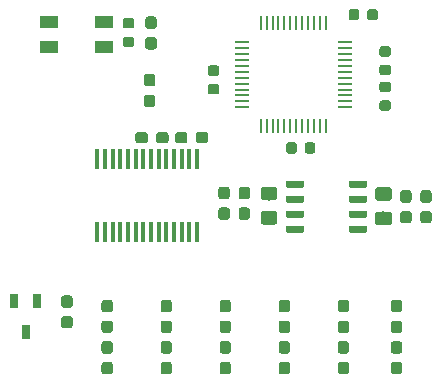
<source format=gbr>
G04 #@! TF.GenerationSoftware,KiCad,Pcbnew,(5.1.4)-1*
G04 #@! TF.CreationDate,2021-04-18T18:25:46+02:00*
G04 #@! TF.ProjectId,KUPS-DIM-6CVLED,4b555053-2d44-4494-9d2d-3643564c4544,V00.03*
G04 #@! TF.SameCoordinates,Original*
G04 #@! TF.FileFunction,Paste,Bot*
G04 #@! TF.FilePolarity,Positive*
%FSLAX46Y46*%
G04 Gerber Fmt 4.6, Leading zero omitted, Abs format (unit mm)*
G04 Created by KiCad (PCBNEW (5.1.4)-1) date 2021-04-18 18:25:46*
%MOMM*%
%LPD*%
G04 APERTURE LIST*
%ADD10C,0.100000*%
%ADD11C,1.150000*%
%ADD12C,0.950000*%
%ADD13R,1.600000X1.050000*%
%ADD14C,0.600000*%
%ADD15R,0.400000X1.700000*%
%ADD16R,0.650000X1.220000*%
%ADD17C,0.875000*%
%ADD18R,1.300000X0.250000*%
%ADD19R,0.250000X1.300000*%
G04 APERTURE END LIST*
D10*
G36*
X114074505Y-116526204D02*
G01*
X114098773Y-116529804D01*
X114122572Y-116535765D01*
X114145671Y-116544030D01*
X114167850Y-116554520D01*
X114188893Y-116567132D01*
X114208599Y-116581747D01*
X114226777Y-116598223D01*
X114243253Y-116616401D01*
X114257868Y-116636107D01*
X114270480Y-116657150D01*
X114280970Y-116679329D01*
X114289235Y-116702428D01*
X114295196Y-116726227D01*
X114298796Y-116750495D01*
X114300000Y-116774999D01*
X114300000Y-117425001D01*
X114298796Y-117449505D01*
X114295196Y-117473773D01*
X114289235Y-117497572D01*
X114280970Y-117520671D01*
X114270480Y-117542850D01*
X114257868Y-117563893D01*
X114243253Y-117583599D01*
X114226777Y-117601777D01*
X114208599Y-117618253D01*
X114188893Y-117632868D01*
X114167850Y-117645480D01*
X114145671Y-117655970D01*
X114122572Y-117664235D01*
X114098773Y-117670196D01*
X114074505Y-117673796D01*
X114050001Y-117675000D01*
X113149999Y-117675000D01*
X113125495Y-117673796D01*
X113101227Y-117670196D01*
X113077428Y-117664235D01*
X113054329Y-117655970D01*
X113032150Y-117645480D01*
X113011107Y-117632868D01*
X112991401Y-117618253D01*
X112973223Y-117601777D01*
X112956747Y-117583599D01*
X112942132Y-117563893D01*
X112929520Y-117542850D01*
X112919030Y-117520671D01*
X112910765Y-117497572D01*
X112904804Y-117473773D01*
X112901204Y-117449505D01*
X112900000Y-117425001D01*
X112900000Y-116774999D01*
X112901204Y-116750495D01*
X112904804Y-116726227D01*
X112910765Y-116702428D01*
X112919030Y-116679329D01*
X112929520Y-116657150D01*
X112942132Y-116636107D01*
X112956747Y-116616401D01*
X112973223Y-116598223D01*
X112991401Y-116581747D01*
X113011107Y-116567132D01*
X113032150Y-116554520D01*
X113054329Y-116544030D01*
X113077428Y-116535765D01*
X113101227Y-116529804D01*
X113125495Y-116526204D01*
X113149999Y-116525000D01*
X114050001Y-116525000D01*
X114074505Y-116526204D01*
X114074505Y-116526204D01*
G37*
D11*
X113600000Y-117100000D03*
D10*
G36*
X114074505Y-118576204D02*
G01*
X114098773Y-118579804D01*
X114122572Y-118585765D01*
X114145671Y-118594030D01*
X114167850Y-118604520D01*
X114188893Y-118617132D01*
X114208599Y-118631747D01*
X114226777Y-118648223D01*
X114243253Y-118666401D01*
X114257868Y-118686107D01*
X114270480Y-118707150D01*
X114280970Y-118729329D01*
X114289235Y-118752428D01*
X114295196Y-118776227D01*
X114298796Y-118800495D01*
X114300000Y-118824999D01*
X114300000Y-119475001D01*
X114298796Y-119499505D01*
X114295196Y-119523773D01*
X114289235Y-119547572D01*
X114280970Y-119570671D01*
X114270480Y-119592850D01*
X114257868Y-119613893D01*
X114243253Y-119633599D01*
X114226777Y-119651777D01*
X114208599Y-119668253D01*
X114188893Y-119682868D01*
X114167850Y-119695480D01*
X114145671Y-119705970D01*
X114122572Y-119714235D01*
X114098773Y-119720196D01*
X114074505Y-119723796D01*
X114050001Y-119725000D01*
X113149999Y-119725000D01*
X113125495Y-119723796D01*
X113101227Y-119720196D01*
X113077428Y-119714235D01*
X113054329Y-119705970D01*
X113032150Y-119695480D01*
X113011107Y-119682868D01*
X112991401Y-119668253D01*
X112973223Y-119651777D01*
X112956747Y-119633599D01*
X112942132Y-119613893D01*
X112929520Y-119592850D01*
X112919030Y-119570671D01*
X112910765Y-119547572D01*
X112904804Y-119523773D01*
X112901204Y-119499505D01*
X112900000Y-119475001D01*
X112900000Y-118824999D01*
X112901204Y-118800495D01*
X112904804Y-118776227D01*
X112910765Y-118752428D01*
X112919030Y-118729329D01*
X112929520Y-118707150D01*
X112942132Y-118686107D01*
X112956747Y-118666401D01*
X112973223Y-118648223D01*
X112991401Y-118631747D01*
X113011107Y-118617132D01*
X113032150Y-118604520D01*
X113054329Y-118594030D01*
X113077428Y-118585765D01*
X113101227Y-118579804D01*
X113125495Y-118576204D01*
X113149999Y-118575000D01*
X114050001Y-118575000D01*
X114074505Y-118576204D01*
X114074505Y-118576204D01*
G37*
D11*
X113600000Y-119150000D03*
D10*
G36*
X105160779Y-129601144D02*
G01*
X105183834Y-129604563D01*
X105206443Y-129610227D01*
X105228387Y-129618079D01*
X105249457Y-129628044D01*
X105269448Y-129640026D01*
X105288168Y-129653910D01*
X105305438Y-129669562D01*
X105321090Y-129686832D01*
X105334974Y-129705552D01*
X105346956Y-129725543D01*
X105356921Y-129746613D01*
X105364773Y-129768557D01*
X105370437Y-129791166D01*
X105373856Y-129814221D01*
X105375000Y-129837500D01*
X105375000Y-130412500D01*
X105373856Y-130435779D01*
X105370437Y-130458834D01*
X105364773Y-130481443D01*
X105356921Y-130503387D01*
X105346956Y-130524457D01*
X105334974Y-130544448D01*
X105321090Y-130563168D01*
X105305438Y-130580438D01*
X105288168Y-130596090D01*
X105269448Y-130609974D01*
X105249457Y-130621956D01*
X105228387Y-130631921D01*
X105206443Y-130639773D01*
X105183834Y-130645437D01*
X105160779Y-130648856D01*
X105137500Y-130650000D01*
X104662500Y-130650000D01*
X104639221Y-130648856D01*
X104616166Y-130645437D01*
X104593557Y-130639773D01*
X104571613Y-130631921D01*
X104550543Y-130621956D01*
X104530552Y-130609974D01*
X104511832Y-130596090D01*
X104494562Y-130580438D01*
X104478910Y-130563168D01*
X104465026Y-130544448D01*
X104453044Y-130524457D01*
X104443079Y-130503387D01*
X104435227Y-130481443D01*
X104429563Y-130458834D01*
X104426144Y-130435779D01*
X104425000Y-130412500D01*
X104425000Y-129837500D01*
X104426144Y-129814221D01*
X104429563Y-129791166D01*
X104435227Y-129768557D01*
X104443079Y-129746613D01*
X104453044Y-129725543D01*
X104465026Y-129705552D01*
X104478910Y-129686832D01*
X104494562Y-129669562D01*
X104511832Y-129653910D01*
X104530552Y-129640026D01*
X104550543Y-129628044D01*
X104571613Y-129618079D01*
X104593557Y-129610227D01*
X104616166Y-129604563D01*
X104639221Y-129601144D01*
X104662500Y-129600000D01*
X105137500Y-129600000D01*
X105160779Y-129601144D01*
X105160779Y-129601144D01*
G37*
D12*
X104900000Y-130125000D03*
D10*
G36*
X105160779Y-131351144D02*
G01*
X105183834Y-131354563D01*
X105206443Y-131360227D01*
X105228387Y-131368079D01*
X105249457Y-131378044D01*
X105269448Y-131390026D01*
X105288168Y-131403910D01*
X105305438Y-131419562D01*
X105321090Y-131436832D01*
X105334974Y-131455552D01*
X105346956Y-131475543D01*
X105356921Y-131496613D01*
X105364773Y-131518557D01*
X105370437Y-131541166D01*
X105373856Y-131564221D01*
X105375000Y-131587500D01*
X105375000Y-132162500D01*
X105373856Y-132185779D01*
X105370437Y-132208834D01*
X105364773Y-132231443D01*
X105356921Y-132253387D01*
X105346956Y-132274457D01*
X105334974Y-132294448D01*
X105321090Y-132313168D01*
X105305438Y-132330438D01*
X105288168Y-132346090D01*
X105269448Y-132359974D01*
X105249457Y-132371956D01*
X105228387Y-132381921D01*
X105206443Y-132389773D01*
X105183834Y-132395437D01*
X105160779Y-132398856D01*
X105137500Y-132400000D01*
X104662500Y-132400000D01*
X104639221Y-132398856D01*
X104616166Y-132395437D01*
X104593557Y-132389773D01*
X104571613Y-132381921D01*
X104550543Y-132371956D01*
X104530552Y-132359974D01*
X104511832Y-132346090D01*
X104494562Y-132330438D01*
X104478910Y-132313168D01*
X104465026Y-132294448D01*
X104453044Y-132274457D01*
X104443079Y-132253387D01*
X104435227Y-132231443D01*
X104429563Y-132208834D01*
X104426144Y-132185779D01*
X104425000Y-132162500D01*
X104425000Y-131587500D01*
X104426144Y-131564221D01*
X104429563Y-131541166D01*
X104435227Y-131518557D01*
X104443079Y-131496613D01*
X104453044Y-131475543D01*
X104465026Y-131455552D01*
X104478910Y-131436832D01*
X104494562Y-131419562D01*
X104511832Y-131403910D01*
X104530552Y-131390026D01*
X104550543Y-131378044D01*
X104571613Y-131368079D01*
X104593557Y-131360227D01*
X104616166Y-131354563D01*
X104639221Y-131351144D01*
X104662500Y-131350000D01*
X105137500Y-131350000D01*
X105160779Y-131351144D01*
X105160779Y-131351144D01*
G37*
D12*
X104900000Y-131875000D03*
D10*
G36*
X100160779Y-129601144D02*
G01*
X100183834Y-129604563D01*
X100206443Y-129610227D01*
X100228387Y-129618079D01*
X100249457Y-129628044D01*
X100269448Y-129640026D01*
X100288168Y-129653910D01*
X100305438Y-129669562D01*
X100321090Y-129686832D01*
X100334974Y-129705552D01*
X100346956Y-129725543D01*
X100356921Y-129746613D01*
X100364773Y-129768557D01*
X100370437Y-129791166D01*
X100373856Y-129814221D01*
X100375000Y-129837500D01*
X100375000Y-130412500D01*
X100373856Y-130435779D01*
X100370437Y-130458834D01*
X100364773Y-130481443D01*
X100356921Y-130503387D01*
X100346956Y-130524457D01*
X100334974Y-130544448D01*
X100321090Y-130563168D01*
X100305438Y-130580438D01*
X100288168Y-130596090D01*
X100269448Y-130609974D01*
X100249457Y-130621956D01*
X100228387Y-130631921D01*
X100206443Y-130639773D01*
X100183834Y-130645437D01*
X100160779Y-130648856D01*
X100137500Y-130650000D01*
X99662500Y-130650000D01*
X99639221Y-130648856D01*
X99616166Y-130645437D01*
X99593557Y-130639773D01*
X99571613Y-130631921D01*
X99550543Y-130621956D01*
X99530552Y-130609974D01*
X99511832Y-130596090D01*
X99494562Y-130580438D01*
X99478910Y-130563168D01*
X99465026Y-130544448D01*
X99453044Y-130524457D01*
X99443079Y-130503387D01*
X99435227Y-130481443D01*
X99429563Y-130458834D01*
X99426144Y-130435779D01*
X99425000Y-130412500D01*
X99425000Y-129837500D01*
X99426144Y-129814221D01*
X99429563Y-129791166D01*
X99435227Y-129768557D01*
X99443079Y-129746613D01*
X99453044Y-129725543D01*
X99465026Y-129705552D01*
X99478910Y-129686832D01*
X99494562Y-129669562D01*
X99511832Y-129653910D01*
X99530552Y-129640026D01*
X99550543Y-129628044D01*
X99571613Y-129618079D01*
X99593557Y-129610227D01*
X99616166Y-129604563D01*
X99639221Y-129601144D01*
X99662500Y-129600000D01*
X100137500Y-129600000D01*
X100160779Y-129601144D01*
X100160779Y-129601144D01*
G37*
D12*
X99900000Y-130125000D03*
D10*
G36*
X100160779Y-131351144D02*
G01*
X100183834Y-131354563D01*
X100206443Y-131360227D01*
X100228387Y-131368079D01*
X100249457Y-131378044D01*
X100269448Y-131390026D01*
X100288168Y-131403910D01*
X100305438Y-131419562D01*
X100321090Y-131436832D01*
X100334974Y-131455552D01*
X100346956Y-131475543D01*
X100356921Y-131496613D01*
X100364773Y-131518557D01*
X100370437Y-131541166D01*
X100373856Y-131564221D01*
X100375000Y-131587500D01*
X100375000Y-132162500D01*
X100373856Y-132185779D01*
X100370437Y-132208834D01*
X100364773Y-132231443D01*
X100356921Y-132253387D01*
X100346956Y-132274457D01*
X100334974Y-132294448D01*
X100321090Y-132313168D01*
X100305438Y-132330438D01*
X100288168Y-132346090D01*
X100269448Y-132359974D01*
X100249457Y-132371956D01*
X100228387Y-132381921D01*
X100206443Y-132389773D01*
X100183834Y-132395437D01*
X100160779Y-132398856D01*
X100137500Y-132400000D01*
X99662500Y-132400000D01*
X99639221Y-132398856D01*
X99616166Y-132395437D01*
X99593557Y-132389773D01*
X99571613Y-132381921D01*
X99550543Y-132371956D01*
X99530552Y-132359974D01*
X99511832Y-132346090D01*
X99494562Y-132330438D01*
X99478910Y-132313168D01*
X99465026Y-132294448D01*
X99453044Y-132274457D01*
X99443079Y-132253387D01*
X99435227Y-132231443D01*
X99429563Y-132208834D01*
X99426144Y-132185779D01*
X99425000Y-132162500D01*
X99425000Y-131587500D01*
X99426144Y-131564221D01*
X99429563Y-131541166D01*
X99435227Y-131518557D01*
X99443079Y-131496613D01*
X99453044Y-131475543D01*
X99465026Y-131455552D01*
X99478910Y-131436832D01*
X99494562Y-131419562D01*
X99511832Y-131403910D01*
X99530552Y-131390026D01*
X99550543Y-131378044D01*
X99571613Y-131368079D01*
X99593557Y-131360227D01*
X99616166Y-131354563D01*
X99639221Y-131351144D01*
X99662500Y-131350000D01*
X100137500Y-131350000D01*
X100160779Y-131351144D01*
X100160779Y-131351144D01*
G37*
D12*
X99900000Y-131875000D03*
D13*
X94950000Y-102575000D03*
X94950000Y-104725000D03*
X99650000Y-102575000D03*
X99650000Y-104725000D03*
D10*
G36*
X116439703Y-116000722D02*
G01*
X116454264Y-116002882D01*
X116468543Y-116006459D01*
X116482403Y-116011418D01*
X116495710Y-116017712D01*
X116508336Y-116025280D01*
X116520159Y-116034048D01*
X116531066Y-116043934D01*
X116540952Y-116054841D01*
X116549720Y-116066664D01*
X116557288Y-116079290D01*
X116563582Y-116092597D01*
X116568541Y-116106457D01*
X116572118Y-116120736D01*
X116574278Y-116135297D01*
X116575000Y-116150000D01*
X116575000Y-116450000D01*
X116574278Y-116464703D01*
X116572118Y-116479264D01*
X116568541Y-116493543D01*
X116563582Y-116507403D01*
X116557288Y-116520710D01*
X116549720Y-116533336D01*
X116540952Y-116545159D01*
X116531066Y-116556066D01*
X116520159Y-116565952D01*
X116508336Y-116574720D01*
X116495710Y-116582288D01*
X116482403Y-116588582D01*
X116468543Y-116593541D01*
X116454264Y-116597118D01*
X116439703Y-116599278D01*
X116425000Y-116600000D01*
X115175000Y-116600000D01*
X115160297Y-116599278D01*
X115145736Y-116597118D01*
X115131457Y-116593541D01*
X115117597Y-116588582D01*
X115104290Y-116582288D01*
X115091664Y-116574720D01*
X115079841Y-116565952D01*
X115068934Y-116556066D01*
X115059048Y-116545159D01*
X115050280Y-116533336D01*
X115042712Y-116520710D01*
X115036418Y-116507403D01*
X115031459Y-116493543D01*
X115027882Y-116479264D01*
X115025722Y-116464703D01*
X115025000Y-116450000D01*
X115025000Y-116150000D01*
X115025722Y-116135297D01*
X115027882Y-116120736D01*
X115031459Y-116106457D01*
X115036418Y-116092597D01*
X115042712Y-116079290D01*
X115050280Y-116066664D01*
X115059048Y-116054841D01*
X115068934Y-116043934D01*
X115079841Y-116034048D01*
X115091664Y-116025280D01*
X115104290Y-116017712D01*
X115117597Y-116011418D01*
X115131457Y-116006459D01*
X115145736Y-116002882D01*
X115160297Y-116000722D01*
X115175000Y-116000000D01*
X116425000Y-116000000D01*
X116439703Y-116000722D01*
X116439703Y-116000722D01*
G37*
D14*
X115800000Y-116300000D03*
D10*
G36*
X116439703Y-117270722D02*
G01*
X116454264Y-117272882D01*
X116468543Y-117276459D01*
X116482403Y-117281418D01*
X116495710Y-117287712D01*
X116508336Y-117295280D01*
X116520159Y-117304048D01*
X116531066Y-117313934D01*
X116540952Y-117324841D01*
X116549720Y-117336664D01*
X116557288Y-117349290D01*
X116563582Y-117362597D01*
X116568541Y-117376457D01*
X116572118Y-117390736D01*
X116574278Y-117405297D01*
X116575000Y-117420000D01*
X116575000Y-117720000D01*
X116574278Y-117734703D01*
X116572118Y-117749264D01*
X116568541Y-117763543D01*
X116563582Y-117777403D01*
X116557288Y-117790710D01*
X116549720Y-117803336D01*
X116540952Y-117815159D01*
X116531066Y-117826066D01*
X116520159Y-117835952D01*
X116508336Y-117844720D01*
X116495710Y-117852288D01*
X116482403Y-117858582D01*
X116468543Y-117863541D01*
X116454264Y-117867118D01*
X116439703Y-117869278D01*
X116425000Y-117870000D01*
X115175000Y-117870000D01*
X115160297Y-117869278D01*
X115145736Y-117867118D01*
X115131457Y-117863541D01*
X115117597Y-117858582D01*
X115104290Y-117852288D01*
X115091664Y-117844720D01*
X115079841Y-117835952D01*
X115068934Y-117826066D01*
X115059048Y-117815159D01*
X115050280Y-117803336D01*
X115042712Y-117790710D01*
X115036418Y-117777403D01*
X115031459Y-117763543D01*
X115027882Y-117749264D01*
X115025722Y-117734703D01*
X115025000Y-117720000D01*
X115025000Y-117420000D01*
X115025722Y-117405297D01*
X115027882Y-117390736D01*
X115031459Y-117376457D01*
X115036418Y-117362597D01*
X115042712Y-117349290D01*
X115050280Y-117336664D01*
X115059048Y-117324841D01*
X115068934Y-117313934D01*
X115079841Y-117304048D01*
X115091664Y-117295280D01*
X115104290Y-117287712D01*
X115117597Y-117281418D01*
X115131457Y-117276459D01*
X115145736Y-117272882D01*
X115160297Y-117270722D01*
X115175000Y-117270000D01*
X116425000Y-117270000D01*
X116439703Y-117270722D01*
X116439703Y-117270722D01*
G37*
D14*
X115800000Y-117570000D03*
D10*
G36*
X116439703Y-118540722D02*
G01*
X116454264Y-118542882D01*
X116468543Y-118546459D01*
X116482403Y-118551418D01*
X116495710Y-118557712D01*
X116508336Y-118565280D01*
X116520159Y-118574048D01*
X116531066Y-118583934D01*
X116540952Y-118594841D01*
X116549720Y-118606664D01*
X116557288Y-118619290D01*
X116563582Y-118632597D01*
X116568541Y-118646457D01*
X116572118Y-118660736D01*
X116574278Y-118675297D01*
X116575000Y-118690000D01*
X116575000Y-118990000D01*
X116574278Y-119004703D01*
X116572118Y-119019264D01*
X116568541Y-119033543D01*
X116563582Y-119047403D01*
X116557288Y-119060710D01*
X116549720Y-119073336D01*
X116540952Y-119085159D01*
X116531066Y-119096066D01*
X116520159Y-119105952D01*
X116508336Y-119114720D01*
X116495710Y-119122288D01*
X116482403Y-119128582D01*
X116468543Y-119133541D01*
X116454264Y-119137118D01*
X116439703Y-119139278D01*
X116425000Y-119140000D01*
X115175000Y-119140000D01*
X115160297Y-119139278D01*
X115145736Y-119137118D01*
X115131457Y-119133541D01*
X115117597Y-119128582D01*
X115104290Y-119122288D01*
X115091664Y-119114720D01*
X115079841Y-119105952D01*
X115068934Y-119096066D01*
X115059048Y-119085159D01*
X115050280Y-119073336D01*
X115042712Y-119060710D01*
X115036418Y-119047403D01*
X115031459Y-119033543D01*
X115027882Y-119019264D01*
X115025722Y-119004703D01*
X115025000Y-118990000D01*
X115025000Y-118690000D01*
X115025722Y-118675297D01*
X115027882Y-118660736D01*
X115031459Y-118646457D01*
X115036418Y-118632597D01*
X115042712Y-118619290D01*
X115050280Y-118606664D01*
X115059048Y-118594841D01*
X115068934Y-118583934D01*
X115079841Y-118574048D01*
X115091664Y-118565280D01*
X115104290Y-118557712D01*
X115117597Y-118551418D01*
X115131457Y-118546459D01*
X115145736Y-118542882D01*
X115160297Y-118540722D01*
X115175000Y-118540000D01*
X116425000Y-118540000D01*
X116439703Y-118540722D01*
X116439703Y-118540722D01*
G37*
D14*
X115800000Y-118840000D03*
D10*
G36*
X116439703Y-119810722D02*
G01*
X116454264Y-119812882D01*
X116468543Y-119816459D01*
X116482403Y-119821418D01*
X116495710Y-119827712D01*
X116508336Y-119835280D01*
X116520159Y-119844048D01*
X116531066Y-119853934D01*
X116540952Y-119864841D01*
X116549720Y-119876664D01*
X116557288Y-119889290D01*
X116563582Y-119902597D01*
X116568541Y-119916457D01*
X116572118Y-119930736D01*
X116574278Y-119945297D01*
X116575000Y-119960000D01*
X116575000Y-120260000D01*
X116574278Y-120274703D01*
X116572118Y-120289264D01*
X116568541Y-120303543D01*
X116563582Y-120317403D01*
X116557288Y-120330710D01*
X116549720Y-120343336D01*
X116540952Y-120355159D01*
X116531066Y-120366066D01*
X116520159Y-120375952D01*
X116508336Y-120384720D01*
X116495710Y-120392288D01*
X116482403Y-120398582D01*
X116468543Y-120403541D01*
X116454264Y-120407118D01*
X116439703Y-120409278D01*
X116425000Y-120410000D01*
X115175000Y-120410000D01*
X115160297Y-120409278D01*
X115145736Y-120407118D01*
X115131457Y-120403541D01*
X115117597Y-120398582D01*
X115104290Y-120392288D01*
X115091664Y-120384720D01*
X115079841Y-120375952D01*
X115068934Y-120366066D01*
X115059048Y-120355159D01*
X115050280Y-120343336D01*
X115042712Y-120330710D01*
X115036418Y-120317403D01*
X115031459Y-120303543D01*
X115027882Y-120289264D01*
X115025722Y-120274703D01*
X115025000Y-120260000D01*
X115025000Y-119960000D01*
X115025722Y-119945297D01*
X115027882Y-119930736D01*
X115031459Y-119916457D01*
X115036418Y-119902597D01*
X115042712Y-119889290D01*
X115050280Y-119876664D01*
X115059048Y-119864841D01*
X115068934Y-119853934D01*
X115079841Y-119844048D01*
X115091664Y-119835280D01*
X115104290Y-119827712D01*
X115117597Y-119821418D01*
X115131457Y-119816459D01*
X115145736Y-119812882D01*
X115160297Y-119810722D01*
X115175000Y-119810000D01*
X116425000Y-119810000D01*
X116439703Y-119810722D01*
X116439703Y-119810722D01*
G37*
D14*
X115800000Y-120110000D03*
D10*
G36*
X121789703Y-119810722D02*
G01*
X121804264Y-119812882D01*
X121818543Y-119816459D01*
X121832403Y-119821418D01*
X121845710Y-119827712D01*
X121858336Y-119835280D01*
X121870159Y-119844048D01*
X121881066Y-119853934D01*
X121890952Y-119864841D01*
X121899720Y-119876664D01*
X121907288Y-119889290D01*
X121913582Y-119902597D01*
X121918541Y-119916457D01*
X121922118Y-119930736D01*
X121924278Y-119945297D01*
X121925000Y-119960000D01*
X121925000Y-120260000D01*
X121924278Y-120274703D01*
X121922118Y-120289264D01*
X121918541Y-120303543D01*
X121913582Y-120317403D01*
X121907288Y-120330710D01*
X121899720Y-120343336D01*
X121890952Y-120355159D01*
X121881066Y-120366066D01*
X121870159Y-120375952D01*
X121858336Y-120384720D01*
X121845710Y-120392288D01*
X121832403Y-120398582D01*
X121818543Y-120403541D01*
X121804264Y-120407118D01*
X121789703Y-120409278D01*
X121775000Y-120410000D01*
X120525000Y-120410000D01*
X120510297Y-120409278D01*
X120495736Y-120407118D01*
X120481457Y-120403541D01*
X120467597Y-120398582D01*
X120454290Y-120392288D01*
X120441664Y-120384720D01*
X120429841Y-120375952D01*
X120418934Y-120366066D01*
X120409048Y-120355159D01*
X120400280Y-120343336D01*
X120392712Y-120330710D01*
X120386418Y-120317403D01*
X120381459Y-120303543D01*
X120377882Y-120289264D01*
X120375722Y-120274703D01*
X120375000Y-120260000D01*
X120375000Y-119960000D01*
X120375722Y-119945297D01*
X120377882Y-119930736D01*
X120381459Y-119916457D01*
X120386418Y-119902597D01*
X120392712Y-119889290D01*
X120400280Y-119876664D01*
X120409048Y-119864841D01*
X120418934Y-119853934D01*
X120429841Y-119844048D01*
X120441664Y-119835280D01*
X120454290Y-119827712D01*
X120467597Y-119821418D01*
X120481457Y-119816459D01*
X120495736Y-119812882D01*
X120510297Y-119810722D01*
X120525000Y-119810000D01*
X121775000Y-119810000D01*
X121789703Y-119810722D01*
X121789703Y-119810722D01*
G37*
D14*
X121150000Y-120110000D03*
D10*
G36*
X121789703Y-118540722D02*
G01*
X121804264Y-118542882D01*
X121818543Y-118546459D01*
X121832403Y-118551418D01*
X121845710Y-118557712D01*
X121858336Y-118565280D01*
X121870159Y-118574048D01*
X121881066Y-118583934D01*
X121890952Y-118594841D01*
X121899720Y-118606664D01*
X121907288Y-118619290D01*
X121913582Y-118632597D01*
X121918541Y-118646457D01*
X121922118Y-118660736D01*
X121924278Y-118675297D01*
X121925000Y-118690000D01*
X121925000Y-118990000D01*
X121924278Y-119004703D01*
X121922118Y-119019264D01*
X121918541Y-119033543D01*
X121913582Y-119047403D01*
X121907288Y-119060710D01*
X121899720Y-119073336D01*
X121890952Y-119085159D01*
X121881066Y-119096066D01*
X121870159Y-119105952D01*
X121858336Y-119114720D01*
X121845710Y-119122288D01*
X121832403Y-119128582D01*
X121818543Y-119133541D01*
X121804264Y-119137118D01*
X121789703Y-119139278D01*
X121775000Y-119140000D01*
X120525000Y-119140000D01*
X120510297Y-119139278D01*
X120495736Y-119137118D01*
X120481457Y-119133541D01*
X120467597Y-119128582D01*
X120454290Y-119122288D01*
X120441664Y-119114720D01*
X120429841Y-119105952D01*
X120418934Y-119096066D01*
X120409048Y-119085159D01*
X120400280Y-119073336D01*
X120392712Y-119060710D01*
X120386418Y-119047403D01*
X120381459Y-119033543D01*
X120377882Y-119019264D01*
X120375722Y-119004703D01*
X120375000Y-118990000D01*
X120375000Y-118690000D01*
X120375722Y-118675297D01*
X120377882Y-118660736D01*
X120381459Y-118646457D01*
X120386418Y-118632597D01*
X120392712Y-118619290D01*
X120400280Y-118606664D01*
X120409048Y-118594841D01*
X120418934Y-118583934D01*
X120429841Y-118574048D01*
X120441664Y-118565280D01*
X120454290Y-118557712D01*
X120467597Y-118551418D01*
X120481457Y-118546459D01*
X120495736Y-118542882D01*
X120510297Y-118540722D01*
X120525000Y-118540000D01*
X121775000Y-118540000D01*
X121789703Y-118540722D01*
X121789703Y-118540722D01*
G37*
D14*
X121150000Y-118840000D03*
D10*
G36*
X121789703Y-117270722D02*
G01*
X121804264Y-117272882D01*
X121818543Y-117276459D01*
X121832403Y-117281418D01*
X121845710Y-117287712D01*
X121858336Y-117295280D01*
X121870159Y-117304048D01*
X121881066Y-117313934D01*
X121890952Y-117324841D01*
X121899720Y-117336664D01*
X121907288Y-117349290D01*
X121913582Y-117362597D01*
X121918541Y-117376457D01*
X121922118Y-117390736D01*
X121924278Y-117405297D01*
X121925000Y-117420000D01*
X121925000Y-117720000D01*
X121924278Y-117734703D01*
X121922118Y-117749264D01*
X121918541Y-117763543D01*
X121913582Y-117777403D01*
X121907288Y-117790710D01*
X121899720Y-117803336D01*
X121890952Y-117815159D01*
X121881066Y-117826066D01*
X121870159Y-117835952D01*
X121858336Y-117844720D01*
X121845710Y-117852288D01*
X121832403Y-117858582D01*
X121818543Y-117863541D01*
X121804264Y-117867118D01*
X121789703Y-117869278D01*
X121775000Y-117870000D01*
X120525000Y-117870000D01*
X120510297Y-117869278D01*
X120495736Y-117867118D01*
X120481457Y-117863541D01*
X120467597Y-117858582D01*
X120454290Y-117852288D01*
X120441664Y-117844720D01*
X120429841Y-117835952D01*
X120418934Y-117826066D01*
X120409048Y-117815159D01*
X120400280Y-117803336D01*
X120392712Y-117790710D01*
X120386418Y-117777403D01*
X120381459Y-117763543D01*
X120377882Y-117749264D01*
X120375722Y-117734703D01*
X120375000Y-117720000D01*
X120375000Y-117420000D01*
X120375722Y-117405297D01*
X120377882Y-117390736D01*
X120381459Y-117376457D01*
X120386418Y-117362597D01*
X120392712Y-117349290D01*
X120400280Y-117336664D01*
X120409048Y-117324841D01*
X120418934Y-117313934D01*
X120429841Y-117304048D01*
X120441664Y-117295280D01*
X120454290Y-117287712D01*
X120467597Y-117281418D01*
X120481457Y-117276459D01*
X120495736Y-117272882D01*
X120510297Y-117270722D01*
X120525000Y-117270000D01*
X121775000Y-117270000D01*
X121789703Y-117270722D01*
X121789703Y-117270722D01*
G37*
D14*
X121150000Y-117570000D03*
D10*
G36*
X121789703Y-116000722D02*
G01*
X121804264Y-116002882D01*
X121818543Y-116006459D01*
X121832403Y-116011418D01*
X121845710Y-116017712D01*
X121858336Y-116025280D01*
X121870159Y-116034048D01*
X121881066Y-116043934D01*
X121890952Y-116054841D01*
X121899720Y-116066664D01*
X121907288Y-116079290D01*
X121913582Y-116092597D01*
X121918541Y-116106457D01*
X121922118Y-116120736D01*
X121924278Y-116135297D01*
X121925000Y-116150000D01*
X121925000Y-116450000D01*
X121924278Y-116464703D01*
X121922118Y-116479264D01*
X121918541Y-116493543D01*
X121913582Y-116507403D01*
X121907288Y-116520710D01*
X121899720Y-116533336D01*
X121890952Y-116545159D01*
X121881066Y-116556066D01*
X121870159Y-116565952D01*
X121858336Y-116574720D01*
X121845710Y-116582288D01*
X121832403Y-116588582D01*
X121818543Y-116593541D01*
X121804264Y-116597118D01*
X121789703Y-116599278D01*
X121775000Y-116600000D01*
X120525000Y-116600000D01*
X120510297Y-116599278D01*
X120495736Y-116597118D01*
X120481457Y-116593541D01*
X120467597Y-116588582D01*
X120454290Y-116582288D01*
X120441664Y-116574720D01*
X120429841Y-116565952D01*
X120418934Y-116556066D01*
X120409048Y-116545159D01*
X120400280Y-116533336D01*
X120392712Y-116520710D01*
X120386418Y-116507403D01*
X120381459Y-116493543D01*
X120377882Y-116479264D01*
X120375722Y-116464703D01*
X120375000Y-116450000D01*
X120375000Y-116150000D01*
X120375722Y-116135297D01*
X120377882Y-116120736D01*
X120381459Y-116106457D01*
X120386418Y-116092597D01*
X120392712Y-116079290D01*
X120400280Y-116066664D01*
X120409048Y-116054841D01*
X120418934Y-116043934D01*
X120429841Y-116034048D01*
X120441664Y-116025280D01*
X120454290Y-116017712D01*
X120467597Y-116011418D01*
X120481457Y-116006459D01*
X120495736Y-116002882D01*
X120510297Y-116000722D01*
X120525000Y-116000000D01*
X121775000Y-116000000D01*
X121789703Y-116000722D01*
X121789703Y-116000722D01*
G37*
D14*
X121150000Y-116300000D03*
D15*
X107525000Y-114186000D03*
X106875000Y-114186000D03*
X106225000Y-114186000D03*
X105575000Y-114186000D03*
X104925000Y-114186000D03*
X104275000Y-114186000D03*
X103625000Y-114186000D03*
X102975000Y-114186000D03*
X102325000Y-114186000D03*
X101675000Y-114186000D03*
X101025000Y-114186000D03*
X100375000Y-114186000D03*
X99725000Y-114186000D03*
X99075000Y-114186000D03*
X99075000Y-120386000D03*
X99725000Y-120386000D03*
X100375000Y-120386000D03*
X101025000Y-120386000D03*
X101675000Y-120386000D03*
X102325000Y-120386000D03*
X102975000Y-120386000D03*
X103625000Y-120386000D03*
X104275000Y-120386000D03*
X104925000Y-120386000D03*
X105575000Y-120386000D03*
X106225000Y-120386000D03*
X106875000Y-120386000D03*
X107525000Y-120386000D03*
D10*
G36*
X108240639Y-111895904D02*
G01*
X108263694Y-111899323D01*
X108286303Y-111904987D01*
X108308247Y-111912839D01*
X108329317Y-111922804D01*
X108349308Y-111934786D01*
X108368028Y-111948670D01*
X108385298Y-111964322D01*
X108400950Y-111981592D01*
X108414834Y-112000312D01*
X108426816Y-112020303D01*
X108436781Y-112041373D01*
X108444633Y-112063317D01*
X108450297Y-112085926D01*
X108453716Y-112108981D01*
X108454860Y-112132260D01*
X108454860Y-112607260D01*
X108453716Y-112630539D01*
X108450297Y-112653594D01*
X108444633Y-112676203D01*
X108436781Y-112698147D01*
X108426816Y-112719217D01*
X108414834Y-112739208D01*
X108400950Y-112757928D01*
X108385298Y-112775198D01*
X108368028Y-112790850D01*
X108349308Y-112804734D01*
X108329317Y-112816716D01*
X108308247Y-112826681D01*
X108286303Y-112834533D01*
X108263694Y-112840197D01*
X108240639Y-112843616D01*
X108217360Y-112844760D01*
X107642360Y-112844760D01*
X107619081Y-112843616D01*
X107596026Y-112840197D01*
X107573417Y-112834533D01*
X107551473Y-112826681D01*
X107530403Y-112816716D01*
X107510412Y-112804734D01*
X107491692Y-112790850D01*
X107474422Y-112775198D01*
X107458770Y-112757928D01*
X107444886Y-112739208D01*
X107432904Y-112719217D01*
X107422939Y-112698147D01*
X107415087Y-112676203D01*
X107409423Y-112653594D01*
X107406004Y-112630539D01*
X107404860Y-112607260D01*
X107404860Y-112132260D01*
X107406004Y-112108981D01*
X107409423Y-112085926D01*
X107415087Y-112063317D01*
X107422939Y-112041373D01*
X107432904Y-112020303D01*
X107444886Y-112000312D01*
X107458770Y-111981592D01*
X107474422Y-111964322D01*
X107491692Y-111948670D01*
X107510412Y-111934786D01*
X107530403Y-111922804D01*
X107551473Y-111912839D01*
X107573417Y-111904987D01*
X107596026Y-111899323D01*
X107619081Y-111895904D01*
X107642360Y-111894760D01*
X108217360Y-111894760D01*
X108240639Y-111895904D01*
X108240639Y-111895904D01*
G37*
D12*
X107929860Y-112369760D03*
D10*
G36*
X106490639Y-111895904D02*
G01*
X106513694Y-111899323D01*
X106536303Y-111904987D01*
X106558247Y-111912839D01*
X106579317Y-111922804D01*
X106599308Y-111934786D01*
X106618028Y-111948670D01*
X106635298Y-111964322D01*
X106650950Y-111981592D01*
X106664834Y-112000312D01*
X106676816Y-112020303D01*
X106686781Y-112041373D01*
X106694633Y-112063317D01*
X106700297Y-112085926D01*
X106703716Y-112108981D01*
X106704860Y-112132260D01*
X106704860Y-112607260D01*
X106703716Y-112630539D01*
X106700297Y-112653594D01*
X106694633Y-112676203D01*
X106686781Y-112698147D01*
X106676816Y-112719217D01*
X106664834Y-112739208D01*
X106650950Y-112757928D01*
X106635298Y-112775198D01*
X106618028Y-112790850D01*
X106599308Y-112804734D01*
X106579317Y-112816716D01*
X106558247Y-112826681D01*
X106536303Y-112834533D01*
X106513694Y-112840197D01*
X106490639Y-112843616D01*
X106467360Y-112844760D01*
X105892360Y-112844760D01*
X105869081Y-112843616D01*
X105846026Y-112840197D01*
X105823417Y-112834533D01*
X105801473Y-112826681D01*
X105780403Y-112816716D01*
X105760412Y-112804734D01*
X105741692Y-112790850D01*
X105724422Y-112775198D01*
X105708770Y-112757928D01*
X105694886Y-112739208D01*
X105682904Y-112719217D01*
X105672939Y-112698147D01*
X105665087Y-112676203D01*
X105659423Y-112653594D01*
X105656004Y-112630539D01*
X105654860Y-112607260D01*
X105654860Y-112132260D01*
X105656004Y-112108981D01*
X105659423Y-112085926D01*
X105665087Y-112063317D01*
X105672939Y-112041373D01*
X105682904Y-112020303D01*
X105694886Y-112000312D01*
X105708770Y-111981592D01*
X105724422Y-111964322D01*
X105741692Y-111948670D01*
X105760412Y-111934786D01*
X105780403Y-111922804D01*
X105801473Y-111912839D01*
X105823417Y-111904987D01*
X105846026Y-111899323D01*
X105869081Y-111895904D01*
X105892360Y-111894760D01*
X106467360Y-111894760D01*
X106490639Y-111895904D01*
X106490639Y-111895904D01*
G37*
D12*
X106179860Y-112369760D03*
D10*
G36*
X103760779Y-108726144D02*
G01*
X103783834Y-108729563D01*
X103806443Y-108735227D01*
X103828387Y-108743079D01*
X103849457Y-108753044D01*
X103869448Y-108765026D01*
X103888168Y-108778910D01*
X103905438Y-108794562D01*
X103921090Y-108811832D01*
X103934974Y-108830552D01*
X103946956Y-108850543D01*
X103956921Y-108871613D01*
X103964773Y-108893557D01*
X103970437Y-108916166D01*
X103973856Y-108939221D01*
X103975000Y-108962500D01*
X103975000Y-109537500D01*
X103973856Y-109560779D01*
X103970437Y-109583834D01*
X103964773Y-109606443D01*
X103956921Y-109628387D01*
X103946956Y-109649457D01*
X103934974Y-109669448D01*
X103921090Y-109688168D01*
X103905438Y-109705438D01*
X103888168Y-109721090D01*
X103869448Y-109734974D01*
X103849457Y-109746956D01*
X103828387Y-109756921D01*
X103806443Y-109764773D01*
X103783834Y-109770437D01*
X103760779Y-109773856D01*
X103737500Y-109775000D01*
X103262500Y-109775000D01*
X103239221Y-109773856D01*
X103216166Y-109770437D01*
X103193557Y-109764773D01*
X103171613Y-109756921D01*
X103150543Y-109746956D01*
X103130552Y-109734974D01*
X103111832Y-109721090D01*
X103094562Y-109705438D01*
X103078910Y-109688168D01*
X103065026Y-109669448D01*
X103053044Y-109649457D01*
X103043079Y-109628387D01*
X103035227Y-109606443D01*
X103029563Y-109583834D01*
X103026144Y-109560779D01*
X103025000Y-109537500D01*
X103025000Y-108962500D01*
X103026144Y-108939221D01*
X103029563Y-108916166D01*
X103035227Y-108893557D01*
X103043079Y-108871613D01*
X103053044Y-108850543D01*
X103065026Y-108830552D01*
X103078910Y-108811832D01*
X103094562Y-108794562D01*
X103111832Y-108778910D01*
X103130552Y-108765026D01*
X103150543Y-108753044D01*
X103171613Y-108743079D01*
X103193557Y-108735227D01*
X103216166Y-108729563D01*
X103239221Y-108726144D01*
X103262500Y-108725000D01*
X103737500Y-108725000D01*
X103760779Y-108726144D01*
X103760779Y-108726144D01*
G37*
D12*
X103500000Y-109250000D03*
D10*
G36*
X103760779Y-106976144D02*
G01*
X103783834Y-106979563D01*
X103806443Y-106985227D01*
X103828387Y-106993079D01*
X103849457Y-107003044D01*
X103869448Y-107015026D01*
X103888168Y-107028910D01*
X103905438Y-107044562D01*
X103921090Y-107061832D01*
X103934974Y-107080552D01*
X103946956Y-107100543D01*
X103956921Y-107121613D01*
X103964773Y-107143557D01*
X103970437Y-107166166D01*
X103973856Y-107189221D01*
X103975000Y-107212500D01*
X103975000Y-107787500D01*
X103973856Y-107810779D01*
X103970437Y-107833834D01*
X103964773Y-107856443D01*
X103956921Y-107878387D01*
X103946956Y-107899457D01*
X103934974Y-107919448D01*
X103921090Y-107938168D01*
X103905438Y-107955438D01*
X103888168Y-107971090D01*
X103869448Y-107984974D01*
X103849457Y-107996956D01*
X103828387Y-108006921D01*
X103806443Y-108014773D01*
X103783834Y-108020437D01*
X103760779Y-108023856D01*
X103737500Y-108025000D01*
X103262500Y-108025000D01*
X103239221Y-108023856D01*
X103216166Y-108020437D01*
X103193557Y-108014773D01*
X103171613Y-108006921D01*
X103150543Y-107996956D01*
X103130552Y-107984974D01*
X103111832Y-107971090D01*
X103094562Y-107955438D01*
X103078910Y-107938168D01*
X103065026Y-107919448D01*
X103053044Y-107899457D01*
X103043079Y-107878387D01*
X103035227Y-107856443D01*
X103029563Y-107833834D01*
X103026144Y-107810779D01*
X103025000Y-107787500D01*
X103025000Y-107212500D01*
X103026144Y-107189221D01*
X103029563Y-107166166D01*
X103035227Y-107143557D01*
X103043079Y-107121613D01*
X103053044Y-107100543D01*
X103065026Y-107080552D01*
X103078910Y-107061832D01*
X103094562Y-107044562D01*
X103111832Y-107028910D01*
X103130552Y-107015026D01*
X103150543Y-107003044D01*
X103171613Y-106993079D01*
X103193557Y-106985227D01*
X103216166Y-106979563D01*
X103239221Y-106976144D01*
X103262500Y-106975000D01*
X103737500Y-106975000D01*
X103760779Y-106976144D01*
X103760779Y-106976144D01*
G37*
D12*
X103500000Y-107500000D03*
D10*
G36*
X100160779Y-126101144D02*
G01*
X100183834Y-126104563D01*
X100206443Y-126110227D01*
X100228387Y-126118079D01*
X100249457Y-126128044D01*
X100269448Y-126140026D01*
X100288168Y-126153910D01*
X100305438Y-126169562D01*
X100321090Y-126186832D01*
X100334974Y-126205552D01*
X100346956Y-126225543D01*
X100356921Y-126246613D01*
X100364773Y-126268557D01*
X100370437Y-126291166D01*
X100373856Y-126314221D01*
X100375000Y-126337500D01*
X100375000Y-126912500D01*
X100373856Y-126935779D01*
X100370437Y-126958834D01*
X100364773Y-126981443D01*
X100356921Y-127003387D01*
X100346956Y-127024457D01*
X100334974Y-127044448D01*
X100321090Y-127063168D01*
X100305438Y-127080438D01*
X100288168Y-127096090D01*
X100269448Y-127109974D01*
X100249457Y-127121956D01*
X100228387Y-127131921D01*
X100206443Y-127139773D01*
X100183834Y-127145437D01*
X100160779Y-127148856D01*
X100137500Y-127150000D01*
X99662500Y-127150000D01*
X99639221Y-127148856D01*
X99616166Y-127145437D01*
X99593557Y-127139773D01*
X99571613Y-127131921D01*
X99550543Y-127121956D01*
X99530552Y-127109974D01*
X99511832Y-127096090D01*
X99494562Y-127080438D01*
X99478910Y-127063168D01*
X99465026Y-127044448D01*
X99453044Y-127024457D01*
X99443079Y-127003387D01*
X99435227Y-126981443D01*
X99429563Y-126958834D01*
X99426144Y-126935779D01*
X99425000Y-126912500D01*
X99425000Y-126337500D01*
X99426144Y-126314221D01*
X99429563Y-126291166D01*
X99435227Y-126268557D01*
X99443079Y-126246613D01*
X99453044Y-126225543D01*
X99465026Y-126205552D01*
X99478910Y-126186832D01*
X99494562Y-126169562D01*
X99511832Y-126153910D01*
X99530552Y-126140026D01*
X99550543Y-126128044D01*
X99571613Y-126118079D01*
X99593557Y-126110227D01*
X99616166Y-126104563D01*
X99639221Y-126101144D01*
X99662500Y-126100000D01*
X100137500Y-126100000D01*
X100160779Y-126101144D01*
X100160779Y-126101144D01*
G37*
D12*
X99900000Y-126625000D03*
D10*
G36*
X100160779Y-127851144D02*
G01*
X100183834Y-127854563D01*
X100206443Y-127860227D01*
X100228387Y-127868079D01*
X100249457Y-127878044D01*
X100269448Y-127890026D01*
X100288168Y-127903910D01*
X100305438Y-127919562D01*
X100321090Y-127936832D01*
X100334974Y-127955552D01*
X100346956Y-127975543D01*
X100356921Y-127996613D01*
X100364773Y-128018557D01*
X100370437Y-128041166D01*
X100373856Y-128064221D01*
X100375000Y-128087500D01*
X100375000Y-128662500D01*
X100373856Y-128685779D01*
X100370437Y-128708834D01*
X100364773Y-128731443D01*
X100356921Y-128753387D01*
X100346956Y-128774457D01*
X100334974Y-128794448D01*
X100321090Y-128813168D01*
X100305438Y-128830438D01*
X100288168Y-128846090D01*
X100269448Y-128859974D01*
X100249457Y-128871956D01*
X100228387Y-128881921D01*
X100206443Y-128889773D01*
X100183834Y-128895437D01*
X100160779Y-128898856D01*
X100137500Y-128900000D01*
X99662500Y-128900000D01*
X99639221Y-128898856D01*
X99616166Y-128895437D01*
X99593557Y-128889773D01*
X99571613Y-128881921D01*
X99550543Y-128871956D01*
X99530552Y-128859974D01*
X99511832Y-128846090D01*
X99494562Y-128830438D01*
X99478910Y-128813168D01*
X99465026Y-128794448D01*
X99453044Y-128774457D01*
X99443079Y-128753387D01*
X99435227Y-128731443D01*
X99429563Y-128708834D01*
X99426144Y-128685779D01*
X99425000Y-128662500D01*
X99425000Y-128087500D01*
X99426144Y-128064221D01*
X99429563Y-128041166D01*
X99435227Y-128018557D01*
X99443079Y-127996613D01*
X99453044Y-127975543D01*
X99465026Y-127955552D01*
X99478910Y-127936832D01*
X99494562Y-127919562D01*
X99511832Y-127903910D01*
X99530552Y-127890026D01*
X99550543Y-127878044D01*
X99571613Y-127868079D01*
X99593557Y-127860227D01*
X99616166Y-127854563D01*
X99639221Y-127851144D01*
X99662500Y-127850000D01*
X100137500Y-127850000D01*
X100160779Y-127851144D01*
X100160779Y-127851144D01*
G37*
D12*
X99900000Y-128375000D03*
D10*
G36*
X105160779Y-126101144D02*
G01*
X105183834Y-126104563D01*
X105206443Y-126110227D01*
X105228387Y-126118079D01*
X105249457Y-126128044D01*
X105269448Y-126140026D01*
X105288168Y-126153910D01*
X105305438Y-126169562D01*
X105321090Y-126186832D01*
X105334974Y-126205552D01*
X105346956Y-126225543D01*
X105356921Y-126246613D01*
X105364773Y-126268557D01*
X105370437Y-126291166D01*
X105373856Y-126314221D01*
X105375000Y-126337500D01*
X105375000Y-126912500D01*
X105373856Y-126935779D01*
X105370437Y-126958834D01*
X105364773Y-126981443D01*
X105356921Y-127003387D01*
X105346956Y-127024457D01*
X105334974Y-127044448D01*
X105321090Y-127063168D01*
X105305438Y-127080438D01*
X105288168Y-127096090D01*
X105269448Y-127109974D01*
X105249457Y-127121956D01*
X105228387Y-127131921D01*
X105206443Y-127139773D01*
X105183834Y-127145437D01*
X105160779Y-127148856D01*
X105137500Y-127150000D01*
X104662500Y-127150000D01*
X104639221Y-127148856D01*
X104616166Y-127145437D01*
X104593557Y-127139773D01*
X104571613Y-127131921D01*
X104550543Y-127121956D01*
X104530552Y-127109974D01*
X104511832Y-127096090D01*
X104494562Y-127080438D01*
X104478910Y-127063168D01*
X104465026Y-127044448D01*
X104453044Y-127024457D01*
X104443079Y-127003387D01*
X104435227Y-126981443D01*
X104429563Y-126958834D01*
X104426144Y-126935779D01*
X104425000Y-126912500D01*
X104425000Y-126337500D01*
X104426144Y-126314221D01*
X104429563Y-126291166D01*
X104435227Y-126268557D01*
X104443079Y-126246613D01*
X104453044Y-126225543D01*
X104465026Y-126205552D01*
X104478910Y-126186832D01*
X104494562Y-126169562D01*
X104511832Y-126153910D01*
X104530552Y-126140026D01*
X104550543Y-126128044D01*
X104571613Y-126118079D01*
X104593557Y-126110227D01*
X104616166Y-126104563D01*
X104639221Y-126101144D01*
X104662500Y-126100000D01*
X105137500Y-126100000D01*
X105160779Y-126101144D01*
X105160779Y-126101144D01*
G37*
D12*
X104900000Y-126625000D03*
D10*
G36*
X105160779Y-127851144D02*
G01*
X105183834Y-127854563D01*
X105206443Y-127860227D01*
X105228387Y-127868079D01*
X105249457Y-127878044D01*
X105269448Y-127890026D01*
X105288168Y-127903910D01*
X105305438Y-127919562D01*
X105321090Y-127936832D01*
X105334974Y-127955552D01*
X105346956Y-127975543D01*
X105356921Y-127996613D01*
X105364773Y-128018557D01*
X105370437Y-128041166D01*
X105373856Y-128064221D01*
X105375000Y-128087500D01*
X105375000Y-128662500D01*
X105373856Y-128685779D01*
X105370437Y-128708834D01*
X105364773Y-128731443D01*
X105356921Y-128753387D01*
X105346956Y-128774457D01*
X105334974Y-128794448D01*
X105321090Y-128813168D01*
X105305438Y-128830438D01*
X105288168Y-128846090D01*
X105269448Y-128859974D01*
X105249457Y-128871956D01*
X105228387Y-128881921D01*
X105206443Y-128889773D01*
X105183834Y-128895437D01*
X105160779Y-128898856D01*
X105137500Y-128900000D01*
X104662500Y-128900000D01*
X104639221Y-128898856D01*
X104616166Y-128895437D01*
X104593557Y-128889773D01*
X104571613Y-128881921D01*
X104550543Y-128871956D01*
X104530552Y-128859974D01*
X104511832Y-128846090D01*
X104494562Y-128830438D01*
X104478910Y-128813168D01*
X104465026Y-128794448D01*
X104453044Y-128774457D01*
X104443079Y-128753387D01*
X104435227Y-128731443D01*
X104429563Y-128708834D01*
X104426144Y-128685779D01*
X104425000Y-128662500D01*
X104425000Y-128087500D01*
X104426144Y-128064221D01*
X104429563Y-128041166D01*
X104435227Y-128018557D01*
X104443079Y-127996613D01*
X104453044Y-127975543D01*
X104465026Y-127955552D01*
X104478910Y-127936832D01*
X104494562Y-127919562D01*
X104511832Y-127903910D01*
X104530552Y-127890026D01*
X104550543Y-127878044D01*
X104571613Y-127868079D01*
X104593557Y-127860227D01*
X104616166Y-127854563D01*
X104639221Y-127851144D01*
X104662500Y-127850000D01*
X105137500Y-127850000D01*
X105160779Y-127851144D01*
X105160779Y-127851144D01*
G37*
D12*
X104900000Y-128375000D03*
D10*
G36*
X123774505Y-118626204D02*
G01*
X123798773Y-118629804D01*
X123822572Y-118635765D01*
X123845671Y-118644030D01*
X123867850Y-118654520D01*
X123888893Y-118667132D01*
X123908599Y-118681747D01*
X123926777Y-118698223D01*
X123943253Y-118716401D01*
X123957868Y-118736107D01*
X123970480Y-118757150D01*
X123980970Y-118779329D01*
X123989235Y-118802428D01*
X123995196Y-118826227D01*
X123998796Y-118850495D01*
X124000000Y-118874999D01*
X124000000Y-119525001D01*
X123998796Y-119549505D01*
X123995196Y-119573773D01*
X123989235Y-119597572D01*
X123980970Y-119620671D01*
X123970480Y-119642850D01*
X123957868Y-119663893D01*
X123943253Y-119683599D01*
X123926777Y-119701777D01*
X123908599Y-119718253D01*
X123888893Y-119732868D01*
X123867850Y-119745480D01*
X123845671Y-119755970D01*
X123822572Y-119764235D01*
X123798773Y-119770196D01*
X123774505Y-119773796D01*
X123750001Y-119775000D01*
X122849999Y-119775000D01*
X122825495Y-119773796D01*
X122801227Y-119770196D01*
X122777428Y-119764235D01*
X122754329Y-119755970D01*
X122732150Y-119745480D01*
X122711107Y-119732868D01*
X122691401Y-119718253D01*
X122673223Y-119701777D01*
X122656747Y-119683599D01*
X122642132Y-119663893D01*
X122629520Y-119642850D01*
X122619030Y-119620671D01*
X122610765Y-119597572D01*
X122604804Y-119573773D01*
X122601204Y-119549505D01*
X122600000Y-119525001D01*
X122600000Y-118874999D01*
X122601204Y-118850495D01*
X122604804Y-118826227D01*
X122610765Y-118802428D01*
X122619030Y-118779329D01*
X122629520Y-118757150D01*
X122642132Y-118736107D01*
X122656747Y-118716401D01*
X122673223Y-118698223D01*
X122691401Y-118681747D01*
X122711107Y-118667132D01*
X122732150Y-118654520D01*
X122754329Y-118644030D01*
X122777428Y-118635765D01*
X122801227Y-118629804D01*
X122825495Y-118626204D01*
X122849999Y-118625000D01*
X123750001Y-118625000D01*
X123774505Y-118626204D01*
X123774505Y-118626204D01*
G37*
D11*
X123300000Y-119200000D03*
D10*
G36*
X123774505Y-116576204D02*
G01*
X123798773Y-116579804D01*
X123822572Y-116585765D01*
X123845671Y-116594030D01*
X123867850Y-116604520D01*
X123888893Y-116617132D01*
X123908599Y-116631747D01*
X123926777Y-116648223D01*
X123943253Y-116666401D01*
X123957868Y-116686107D01*
X123970480Y-116707150D01*
X123980970Y-116729329D01*
X123989235Y-116752428D01*
X123995196Y-116776227D01*
X123998796Y-116800495D01*
X124000000Y-116824999D01*
X124000000Y-117475001D01*
X123998796Y-117499505D01*
X123995196Y-117523773D01*
X123989235Y-117547572D01*
X123980970Y-117570671D01*
X123970480Y-117592850D01*
X123957868Y-117613893D01*
X123943253Y-117633599D01*
X123926777Y-117651777D01*
X123908599Y-117668253D01*
X123888893Y-117682868D01*
X123867850Y-117695480D01*
X123845671Y-117705970D01*
X123822572Y-117714235D01*
X123798773Y-117720196D01*
X123774505Y-117723796D01*
X123750001Y-117725000D01*
X122849999Y-117725000D01*
X122825495Y-117723796D01*
X122801227Y-117720196D01*
X122777428Y-117714235D01*
X122754329Y-117705970D01*
X122732150Y-117695480D01*
X122711107Y-117682868D01*
X122691401Y-117668253D01*
X122673223Y-117651777D01*
X122656747Y-117633599D01*
X122642132Y-117613893D01*
X122629520Y-117592850D01*
X122619030Y-117570671D01*
X122610765Y-117547572D01*
X122604804Y-117523773D01*
X122601204Y-117499505D01*
X122600000Y-117475001D01*
X122600000Y-116824999D01*
X122601204Y-116800495D01*
X122604804Y-116776227D01*
X122610765Y-116752428D01*
X122619030Y-116729329D01*
X122629520Y-116707150D01*
X122642132Y-116686107D01*
X122656747Y-116666401D01*
X122673223Y-116648223D01*
X122691401Y-116631747D01*
X122711107Y-116617132D01*
X122732150Y-116604520D01*
X122754329Y-116594030D01*
X122777428Y-116585765D01*
X122801227Y-116579804D01*
X122825495Y-116576204D01*
X122849999Y-116575000D01*
X123750001Y-116575000D01*
X123774505Y-116576204D01*
X123774505Y-116576204D01*
G37*
D11*
X123300000Y-117150000D03*
D16*
X93000000Y-128810000D03*
X93950000Y-126190000D03*
X92050000Y-126190000D03*
D10*
G36*
X110060779Y-118276144D02*
G01*
X110083834Y-118279563D01*
X110106443Y-118285227D01*
X110128387Y-118293079D01*
X110149457Y-118303044D01*
X110169448Y-118315026D01*
X110188168Y-118328910D01*
X110205438Y-118344562D01*
X110221090Y-118361832D01*
X110234974Y-118380552D01*
X110246956Y-118400543D01*
X110256921Y-118421613D01*
X110264773Y-118443557D01*
X110270437Y-118466166D01*
X110273856Y-118489221D01*
X110275000Y-118512500D01*
X110275000Y-119087500D01*
X110273856Y-119110779D01*
X110270437Y-119133834D01*
X110264773Y-119156443D01*
X110256921Y-119178387D01*
X110246956Y-119199457D01*
X110234974Y-119219448D01*
X110221090Y-119238168D01*
X110205438Y-119255438D01*
X110188168Y-119271090D01*
X110169448Y-119284974D01*
X110149457Y-119296956D01*
X110128387Y-119306921D01*
X110106443Y-119314773D01*
X110083834Y-119320437D01*
X110060779Y-119323856D01*
X110037500Y-119325000D01*
X109562500Y-119325000D01*
X109539221Y-119323856D01*
X109516166Y-119320437D01*
X109493557Y-119314773D01*
X109471613Y-119306921D01*
X109450543Y-119296956D01*
X109430552Y-119284974D01*
X109411832Y-119271090D01*
X109394562Y-119255438D01*
X109378910Y-119238168D01*
X109365026Y-119219448D01*
X109353044Y-119199457D01*
X109343079Y-119178387D01*
X109335227Y-119156443D01*
X109329563Y-119133834D01*
X109326144Y-119110779D01*
X109325000Y-119087500D01*
X109325000Y-118512500D01*
X109326144Y-118489221D01*
X109329563Y-118466166D01*
X109335227Y-118443557D01*
X109343079Y-118421613D01*
X109353044Y-118400543D01*
X109365026Y-118380552D01*
X109378910Y-118361832D01*
X109394562Y-118344562D01*
X109411832Y-118328910D01*
X109430552Y-118315026D01*
X109450543Y-118303044D01*
X109471613Y-118293079D01*
X109493557Y-118285227D01*
X109516166Y-118279563D01*
X109539221Y-118276144D01*
X109562500Y-118275000D01*
X110037500Y-118275000D01*
X110060779Y-118276144D01*
X110060779Y-118276144D01*
G37*
D12*
X109800000Y-118800000D03*
D10*
G36*
X110060779Y-116526144D02*
G01*
X110083834Y-116529563D01*
X110106443Y-116535227D01*
X110128387Y-116543079D01*
X110149457Y-116553044D01*
X110169448Y-116565026D01*
X110188168Y-116578910D01*
X110205438Y-116594562D01*
X110221090Y-116611832D01*
X110234974Y-116630552D01*
X110246956Y-116650543D01*
X110256921Y-116671613D01*
X110264773Y-116693557D01*
X110270437Y-116716166D01*
X110273856Y-116739221D01*
X110275000Y-116762500D01*
X110275000Y-117337500D01*
X110273856Y-117360779D01*
X110270437Y-117383834D01*
X110264773Y-117406443D01*
X110256921Y-117428387D01*
X110246956Y-117449457D01*
X110234974Y-117469448D01*
X110221090Y-117488168D01*
X110205438Y-117505438D01*
X110188168Y-117521090D01*
X110169448Y-117534974D01*
X110149457Y-117546956D01*
X110128387Y-117556921D01*
X110106443Y-117564773D01*
X110083834Y-117570437D01*
X110060779Y-117573856D01*
X110037500Y-117575000D01*
X109562500Y-117575000D01*
X109539221Y-117573856D01*
X109516166Y-117570437D01*
X109493557Y-117564773D01*
X109471613Y-117556921D01*
X109450543Y-117546956D01*
X109430552Y-117534974D01*
X109411832Y-117521090D01*
X109394562Y-117505438D01*
X109378910Y-117488168D01*
X109365026Y-117469448D01*
X109353044Y-117449457D01*
X109343079Y-117428387D01*
X109335227Y-117406443D01*
X109329563Y-117383834D01*
X109326144Y-117360779D01*
X109325000Y-117337500D01*
X109325000Y-116762500D01*
X109326144Y-116739221D01*
X109329563Y-116716166D01*
X109335227Y-116693557D01*
X109343079Y-116671613D01*
X109353044Y-116650543D01*
X109365026Y-116630552D01*
X109378910Y-116611832D01*
X109394562Y-116594562D01*
X109411832Y-116578910D01*
X109430552Y-116565026D01*
X109450543Y-116553044D01*
X109471613Y-116543079D01*
X109493557Y-116535227D01*
X109516166Y-116529563D01*
X109539221Y-116526144D01*
X109562500Y-116525000D01*
X110037500Y-116525000D01*
X110060779Y-116526144D01*
X110060779Y-116526144D01*
G37*
D12*
X109800000Y-117050000D03*
D10*
G36*
X111760779Y-118276144D02*
G01*
X111783834Y-118279563D01*
X111806443Y-118285227D01*
X111828387Y-118293079D01*
X111849457Y-118303044D01*
X111869448Y-118315026D01*
X111888168Y-118328910D01*
X111905438Y-118344562D01*
X111921090Y-118361832D01*
X111934974Y-118380552D01*
X111946956Y-118400543D01*
X111956921Y-118421613D01*
X111964773Y-118443557D01*
X111970437Y-118466166D01*
X111973856Y-118489221D01*
X111975000Y-118512500D01*
X111975000Y-119087500D01*
X111973856Y-119110779D01*
X111970437Y-119133834D01*
X111964773Y-119156443D01*
X111956921Y-119178387D01*
X111946956Y-119199457D01*
X111934974Y-119219448D01*
X111921090Y-119238168D01*
X111905438Y-119255438D01*
X111888168Y-119271090D01*
X111869448Y-119284974D01*
X111849457Y-119296956D01*
X111828387Y-119306921D01*
X111806443Y-119314773D01*
X111783834Y-119320437D01*
X111760779Y-119323856D01*
X111737500Y-119325000D01*
X111262500Y-119325000D01*
X111239221Y-119323856D01*
X111216166Y-119320437D01*
X111193557Y-119314773D01*
X111171613Y-119306921D01*
X111150543Y-119296956D01*
X111130552Y-119284974D01*
X111111832Y-119271090D01*
X111094562Y-119255438D01*
X111078910Y-119238168D01*
X111065026Y-119219448D01*
X111053044Y-119199457D01*
X111043079Y-119178387D01*
X111035227Y-119156443D01*
X111029563Y-119133834D01*
X111026144Y-119110779D01*
X111025000Y-119087500D01*
X111025000Y-118512500D01*
X111026144Y-118489221D01*
X111029563Y-118466166D01*
X111035227Y-118443557D01*
X111043079Y-118421613D01*
X111053044Y-118400543D01*
X111065026Y-118380552D01*
X111078910Y-118361832D01*
X111094562Y-118344562D01*
X111111832Y-118328910D01*
X111130552Y-118315026D01*
X111150543Y-118303044D01*
X111171613Y-118293079D01*
X111193557Y-118285227D01*
X111216166Y-118279563D01*
X111239221Y-118276144D01*
X111262500Y-118275000D01*
X111737500Y-118275000D01*
X111760779Y-118276144D01*
X111760779Y-118276144D01*
G37*
D12*
X111500000Y-118800000D03*
D10*
G36*
X111760779Y-116526144D02*
G01*
X111783834Y-116529563D01*
X111806443Y-116535227D01*
X111828387Y-116543079D01*
X111849457Y-116553044D01*
X111869448Y-116565026D01*
X111888168Y-116578910D01*
X111905438Y-116594562D01*
X111921090Y-116611832D01*
X111934974Y-116630552D01*
X111946956Y-116650543D01*
X111956921Y-116671613D01*
X111964773Y-116693557D01*
X111970437Y-116716166D01*
X111973856Y-116739221D01*
X111975000Y-116762500D01*
X111975000Y-117337500D01*
X111973856Y-117360779D01*
X111970437Y-117383834D01*
X111964773Y-117406443D01*
X111956921Y-117428387D01*
X111946956Y-117449457D01*
X111934974Y-117469448D01*
X111921090Y-117488168D01*
X111905438Y-117505438D01*
X111888168Y-117521090D01*
X111869448Y-117534974D01*
X111849457Y-117546956D01*
X111828387Y-117556921D01*
X111806443Y-117564773D01*
X111783834Y-117570437D01*
X111760779Y-117573856D01*
X111737500Y-117575000D01*
X111262500Y-117575000D01*
X111239221Y-117573856D01*
X111216166Y-117570437D01*
X111193557Y-117564773D01*
X111171613Y-117556921D01*
X111150543Y-117546956D01*
X111130552Y-117534974D01*
X111111832Y-117521090D01*
X111094562Y-117505438D01*
X111078910Y-117488168D01*
X111065026Y-117469448D01*
X111053044Y-117449457D01*
X111043079Y-117428387D01*
X111035227Y-117406443D01*
X111029563Y-117383834D01*
X111026144Y-117360779D01*
X111025000Y-117337500D01*
X111025000Y-116762500D01*
X111026144Y-116739221D01*
X111029563Y-116716166D01*
X111035227Y-116693557D01*
X111043079Y-116671613D01*
X111053044Y-116650543D01*
X111065026Y-116630552D01*
X111078910Y-116611832D01*
X111094562Y-116594562D01*
X111111832Y-116578910D01*
X111130552Y-116565026D01*
X111150543Y-116553044D01*
X111171613Y-116543079D01*
X111193557Y-116535227D01*
X111216166Y-116529563D01*
X111239221Y-116526144D01*
X111262500Y-116525000D01*
X111737500Y-116525000D01*
X111760779Y-116526144D01*
X111760779Y-116526144D01*
G37*
D12*
X111500000Y-117050000D03*
D10*
G36*
X124660779Y-129601144D02*
G01*
X124683834Y-129604563D01*
X124706443Y-129610227D01*
X124728387Y-129618079D01*
X124749457Y-129628044D01*
X124769448Y-129640026D01*
X124788168Y-129653910D01*
X124805438Y-129669562D01*
X124821090Y-129686832D01*
X124834974Y-129705552D01*
X124846956Y-129725543D01*
X124856921Y-129746613D01*
X124864773Y-129768557D01*
X124870437Y-129791166D01*
X124873856Y-129814221D01*
X124875000Y-129837500D01*
X124875000Y-130412500D01*
X124873856Y-130435779D01*
X124870437Y-130458834D01*
X124864773Y-130481443D01*
X124856921Y-130503387D01*
X124846956Y-130524457D01*
X124834974Y-130544448D01*
X124821090Y-130563168D01*
X124805438Y-130580438D01*
X124788168Y-130596090D01*
X124769448Y-130609974D01*
X124749457Y-130621956D01*
X124728387Y-130631921D01*
X124706443Y-130639773D01*
X124683834Y-130645437D01*
X124660779Y-130648856D01*
X124637500Y-130650000D01*
X124162500Y-130650000D01*
X124139221Y-130648856D01*
X124116166Y-130645437D01*
X124093557Y-130639773D01*
X124071613Y-130631921D01*
X124050543Y-130621956D01*
X124030552Y-130609974D01*
X124011832Y-130596090D01*
X123994562Y-130580438D01*
X123978910Y-130563168D01*
X123965026Y-130544448D01*
X123953044Y-130524457D01*
X123943079Y-130503387D01*
X123935227Y-130481443D01*
X123929563Y-130458834D01*
X123926144Y-130435779D01*
X123925000Y-130412500D01*
X123925000Y-129837500D01*
X123926144Y-129814221D01*
X123929563Y-129791166D01*
X123935227Y-129768557D01*
X123943079Y-129746613D01*
X123953044Y-129725543D01*
X123965026Y-129705552D01*
X123978910Y-129686832D01*
X123994562Y-129669562D01*
X124011832Y-129653910D01*
X124030552Y-129640026D01*
X124050543Y-129628044D01*
X124071613Y-129618079D01*
X124093557Y-129610227D01*
X124116166Y-129604563D01*
X124139221Y-129601144D01*
X124162500Y-129600000D01*
X124637500Y-129600000D01*
X124660779Y-129601144D01*
X124660779Y-129601144D01*
G37*
D12*
X124400000Y-130125000D03*
D10*
G36*
X124660779Y-131351144D02*
G01*
X124683834Y-131354563D01*
X124706443Y-131360227D01*
X124728387Y-131368079D01*
X124749457Y-131378044D01*
X124769448Y-131390026D01*
X124788168Y-131403910D01*
X124805438Y-131419562D01*
X124821090Y-131436832D01*
X124834974Y-131455552D01*
X124846956Y-131475543D01*
X124856921Y-131496613D01*
X124864773Y-131518557D01*
X124870437Y-131541166D01*
X124873856Y-131564221D01*
X124875000Y-131587500D01*
X124875000Y-132162500D01*
X124873856Y-132185779D01*
X124870437Y-132208834D01*
X124864773Y-132231443D01*
X124856921Y-132253387D01*
X124846956Y-132274457D01*
X124834974Y-132294448D01*
X124821090Y-132313168D01*
X124805438Y-132330438D01*
X124788168Y-132346090D01*
X124769448Y-132359974D01*
X124749457Y-132371956D01*
X124728387Y-132381921D01*
X124706443Y-132389773D01*
X124683834Y-132395437D01*
X124660779Y-132398856D01*
X124637500Y-132400000D01*
X124162500Y-132400000D01*
X124139221Y-132398856D01*
X124116166Y-132395437D01*
X124093557Y-132389773D01*
X124071613Y-132381921D01*
X124050543Y-132371956D01*
X124030552Y-132359974D01*
X124011832Y-132346090D01*
X123994562Y-132330438D01*
X123978910Y-132313168D01*
X123965026Y-132294448D01*
X123953044Y-132274457D01*
X123943079Y-132253387D01*
X123935227Y-132231443D01*
X123929563Y-132208834D01*
X123926144Y-132185779D01*
X123925000Y-132162500D01*
X123925000Y-131587500D01*
X123926144Y-131564221D01*
X123929563Y-131541166D01*
X123935227Y-131518557D01*
X123943079Y-131496613D01*
X123953044Y-131475543D01*
X123965026Y-131455552D01*
X123978910Y-131436832D01*
X123994562Y-131419562D01*
X124011832Y-131403910D01*
X124030552Y-131390026D01*
X124050543Y-131378044D01*
X124071613Y-131368079D01*
X124093557Y-131360227D01*
X124116166Y-131354563D01*
X124139221Y-131351144D01*
X124162500Y-131350000D01*
X124637500Y-131350000D01*
X124660779Y-131351144D01*
X124660779Y-131351144D01*
G37*
D12*
X124400000Y-131875000D03*
D10*
G36*
X120160779Y-129601144D02*
G01*
X120183834Y-129604563D01*
X120206443Y-129610227D01*
X120228387Y-129618079D01*
X120249457Y-129628044D01*
X120269448Y-129640026D01*
X120288168Y-129653910D01*
X120305438Y-129669562D01*
X120321090Y-129686832D01*
X120334974Y-129705552D01*
X120346956Y-129725543D01*
X120356921Y-129746613D01*
X120364773Y-129768557D01*
X120370437Y-129791166D01*
X120373856Y-129814221D01*
X120375000Y-129837500D01*
X120375000Y-130412500D01*
X120373856Y-130435779D01*
X120370437Y-130458834D01*
X120364773Y-130481443D01*
X120356921Y-130503387D01*
X120346956Y-130524457D01*
X120334974Y-130544448D01*
X120321090Y-130563168D01*
X120305438Y-130580438D01*
X120288168Y-130596090D01*
X120269448Y-130609974D01*
X120249457Y-130621956D01*
X120228387Y-130631921D01*
X120206443Y-130639773D01*
X120183834Y-130645437D01*
X120160779Y-130648856D01*
X120137500Y-130650000D01*
X119662500Y-130650000D01*
X119639221Y-130648856D01*
X119616166Y-130645437D01*
X119593557Y-130639773D01*
X119571613Y-130631921D01*
X119550543Y-130621956D01*
X119530552Y-130609974D01*
X119511832Y-130596090D01*
X119494562Y-130580438D01*
X119478910Y-130563168D01*
X119465026Y-130544448D01*
X119453044Y-130524457D01*
X119443079Y-130503387D01*
X119435227Y-130481443D01*
X119429563Y-130458834D01*
X119426144Y-130435779D01*
X119425000Y-130412500D01*
X119425000Y-129837500D01*
X119426144Y-129814221D01*
X119429563Y-129791166D01*
X119435227Y-129768557D01*
X119443079Y-129746613D01*
X119453044Y-129725543D01*
X119465026Y-129705552D01*
X119478910Y-129686832D01*
X119494562Y-129669562D01*
X119511832Y-129653910D01*
X119530552Y-129640026D01*
X119550543Y-129628044D01*
X119571613Y-129618079D01*
X119593557Y-129610227D01*
X119616166Y-129604563D01*
X119639221Y-129601144D01*
X119662500Y-129600000D01*
X120137500Y-129600000D01*
X120160779Y-129601144D01*
X120160779Y-129601144D01*
G37*
D12*
X119900000Y-130125000D03*
D10*
G36*
X120160779Y-131351144D02*
G01*
X120183834Y-131354563D01*
X120206443Y-131360227D01*
X120228387Y-131368079D01*
X120249457Y-131378044D01*
X120269448Y-131390026D01*
X120288168Y-131403910D01*
X120305438Y-131419562D01*
X120321090Y-131436832D01*
X120334974Y-131455552D01*
X120346956Y-131475543D01*
X120356921Y-131496613D01*
X120364773Y-131518557D01*
X120370437Y-131541166D01*
X120373856Y-131564221D01*
X120375000Y-131587500D01*
X120375000Y-132162500D01*
X120373856Y-132185779D01*
X120370437Y-132208834D01*
X120364773Y-132231443D01*
X120356921Y-132253387D01*
X120346956Y-132274457D01*
X120334974Y-132294448D01*
X120321090Y-132313168D01*
X120305438Y-132330438D01*
X120288168Y-132346090D01*
X120269448Y-132359974D01*
X120249457Y-132371956D01*
X120228387Y-132381921D01*
X120206443Y-132389773D01*
X120183834Y-132395437D01*
X120160779Y-132398856D01*
X120137500Y-132400000D01*
X119662500Y-132400000D01*
X119639221Y-132398856D01*
X119616166Y-132395437D01*
X119593557Y-132389773D01*
X119571613Y-132381921D01*
X119550543Y-132371956D01*
X119530552Y-132359974D01*
X119511832Y-132346090D01*
X119494562Y-132330438D01*
X119478910Y-132313168D01*
X119465026Y-132294448D01*
X119453044Y-132274457D01*
X119443079Y-132253387D01*
X119435227Y-132231443D01*
X119429563Y-132208834D01*
X119426144Y-132185779D01*
X119425000Y-132162500D01*
X119425000Y-131587500D01*
X119426144Y-131564221D01*
X119429563Y-131541166D01*
X119435227Y-131518557D01*
X119443079Y-131496613D01*
X119453044Y-131475543D01*
X119465026Y-131455552D01*
X119478910Y-131436832D01*
X119494562Y-131419562D01*
X119511832Y-131403910D01*
X119530552Y-131390026D01*
X119550543Y-131378044D01*
X119571613Y-131368079D01*
X119593557Y-131360227D01*
X119616166Y-131354563D01*
X119639221Y-131351144D01*
X119662500Y-131350000D01*
X120137500Y-131350000D01*
X120160779Y-131351144D01*
X120160779Y-131351144D01*
G37*
D12*
X119900000Y-131875000D03*
D10*
G36*
X115160779Y-129601144D02*
G01*
X115183834Y-129604563D01*
X115206443Y-129610227D01*
X115228387Y-129618079D01*
X115249457Y-129628044D01*
X115269448Y-129640026D01*
X115288168Y-129653910D01*
X115305438Y-129669562D01*
X115321090Y-129686832D01*
X115334974Y-129705552D01*
X115346956Y-129725543D01*
X115356921Y-129746613D01*
X115364773Y-129768557D01*
X115370437Y-129791166D01*
X115373856Y-129814221D01*
X115375000Y-129837500D01*
X115375000Y-130412500D01*
X115373856Y-130435779D01*
X115370437Y-130458834D01*
X115364773Y-130481443D01*
X115356921Y-130503387D01*
X115346956Y-130524457D01*
X115334974Y-130544448D01*
X115321090Y-130563168D01*
X115305438Y-130580438D01*
X115288168Y-130596090D01*
X115269448Y-130609974D01*
X115249457Y-130621956D01*
X115228387Y-130631921D01*
X115206443Y-130639773D01*
X115183834Y-130645437D01*
X115160779Y-130648856D01*
X115137500Y-130650000D01*
X114662500Y-130650000D01*
X114639221Y-130648856D01*
X114616166Y-130645437D01*
X114593557Y-130639773D01*
X114571613Y-130631921D01*
X114550543Y-130621956D01*
X114530552Y-130609974D01*
X114511832Y-130596090D01*
X114494562Y-130580438D01*
X114478910Y-130563168D01*
X114465026Y-130544448D01*
X114453044Y-130524457D01*
X114443079Y-130503387D01*
X114435227Y-130481443D01*
X114429563Y-130458834D01*
X114426144Y-130435779D01*
X114425000Y-130412500D01*
X114425000Y-129837500D01*
X114426144Y-129814221D01*
X114429563Y-129791166D01*
X114435227Y-129768557D01*
X114443079Y-129746613D01*
X114453044Y-129725543D01*
X114465026Y-129705552D01*
X114478910Y-129686832D01*
X114494562Y-129669562D01*
X114511832Y-129653910D01*
X114530552Y-129640026D01*
X114550543Y-129628044D01*
X114571613Y-129618079D01*
X114593557Y-129610227D01*
X114616166Y-129604563D01*
X114639221Y-129601144D01*
X114662500Y-129600000D01*
X115137500Y-129600000D01*
X115160779Y-129601144D01*
X115160779Y-129601144D01*
G37*
D12*
X114900000Y-130125000D03*
D10*
G36*
X115160779Y-131351144D02*
G01*
X115183834Y-131354563D01*
X115206443Y-131360227D01*
X115228387Y-131368079D01*
X115249457Y-131378044D01*
X115269448Y-131390026D01*
X115288168Y-131403910D01*
X115305438Y-131419562D01*
X115321090Y-131436832D01*
X115334974Y-131455552D01*
X115346956Y-131475543D01*
X115356921Y-131496613D01*
X115364773Y-131518557D01*
X115370437Y-131541166D01*
X115373856Y-131564221D01*
X115375000Y-131587500D01*
X115375000Y-132162500D01*
X115373856Y-132185779D01*
X115370437Y-132208834D01*
X115364773Y-132231443D01*
X115356921Y-132253387D01*
X115346956Y-132274457D01*
X115334974Y-132294448D01*
X115321090Y-132313168D01*
X115305438Y-132330438D01*
X115288168Y-132346090D01*
X115269448Y-132359974D01*
X115249457Y-132371956D01*
X115228387Y-132381921D01*
X115206443Y-132389773D01*
X115183834Y-132395437D01*
X115160779Y-132398856D01*
X115137500Y-132400000D01*
X114662500Y-132400000D01*
X114639221Y-132398856D01*
X114616166Y-132395437D01*
X114593557Y-132389773D01*
X114571613Y-132381921D01*
X114550543Y-132371956D01*
X114530552Y-132359974D01*
X114511832Y-132346090D01*
X114494562Y-132330438D01*
X114478910Y-132313168D01*
X114465026Y-132294448D01*
X114453044Y-132274457D01*
X114443079Y-132253387D01*
X114435227Y-132231443D01*
X114429563Y-132208834D01*
X114426144Y-132185779D01*
X114425000Y-132162500D01*
X114425000Y-131587500D01*
X114426144Y-131564221D01*
X114429563Y-131541166D01*
X114435227Y-131518557D01*
X114443079Y-131496613D01*
X114453044Y-131475543D01*
X114465026Y-131455552D01*
X114478910Y-131436832D01*
X114494562Y-131419562D01*
X114511832Y-131403910D01*
X114530552Y-131390026D01*
X114550543Y-131378044D01*
X114571613Y-131368079D01*
X114593557Y-131360227D01*
X114616166Y-131354563D01*
X114639221Y-131351144D01*
X114662500Y-131350000D01*
X115137500Y-131350000D01*
X115160779Y-131351144D01*
X115160779Y-131351144D01*
G37*
D12*
X114900000Y-131875000D03*
D10*
G36*
X110160779Y-129601144D02*
G01*
X110183834Y-129604563D01*
X110206443Y-129610227D01*
X110228387Y-129618079D01*
X110249457Y-129628044D01*
X110269448Y-129640026D01*
X110288168Y-129653910D01*
X110305438Y-129669562D01*
X110321090Y-129686832D01*
X110334974Y-129705552D01*
X110346956Y-129725543D01*
X110356921Y-129746613D01*
X110364773Y-129768557D01*
X110370437Y-129791166D01*
X110373856Y-129814221D01*
X110375000Y-129837500D01*
X110375000Y-130412500D01*
X110373856Y-130435779D01*
X110370437Y-130458834D01*
X110364773Y-130481443D01*
X110356921Y-130503387D01*
X110346956Y-130524457D01*
X110334974Y-130544448D01*
X110321090Y-130563168D01*
X110305438Y-130580438D01*
X110288168Y-130596090D01*
X110269448Y-130609974D01*
X110249457Y-130621956D01*
X110228387Y-130631921D01*
X110206443Y-130639773D01*
X110183834Y-130645437D01*
X110160779Y-130648856D01*
X110137500Y-130650000D01*
X109662500Y-130650000D01*
X109639221Y-130648856D01*
X109616166Y-130645437D01*
X109593557Y-130639773D01*
X109571613Y-130631921D01*
X109550543Y-130621956D01*
X109530552Y-130609974D01*
X109511832Y-130596090D01*
X109494562Y-130580438D01*
X109478910Y-130563168D01*
X109465026Y-130544448D01*
X109453044Y-130524457D01*
X109443079Y-130503387D01*
X109435227Y-130481443D01*
X109429563Y-130458834D01*
X109426144Y-130435779D01*
X109425000Y-130412500D01*
X109425000Y-129837500D01*
X109426144Y-129814221D01*
X109429563Y-129791166D01*
X109435227Y-129768557D01*
X109443079Y-129746613D01*
X109453044Y-129725543D01*
X109465026Y-129705552D01*
X109478910Y-129686832D01*
X109494562Y-129669562D01*
X109511832Y-129653910D01*
X109530552Y-129640026D01*
X109550543Y-129628044D01*
X109571613Y-129618079D01*
X109593557Y-129610227D01*
X109616166Y-129604563D01*
X109639221Y-129601144D01*
X109662500Y-129600000D01*
X110137500Y-129600000D01*
X110160779Y-129601144D01*
X110160779Y-129601144D01*
G37*
D12*
X109900000Y-130125000D03*
D10*
G36*
X110160779Y-131351144D02*
G01*
X110183834Y-131354563D01*
X110206443Y-131360227D01*
X110228387Y-131368079D01*
X110249457Y-131378044D01*
X110269448Y-131390026D01*
X110288168Y-131403910D01*
X110305438Y-131419562D01*
X110321090Y-131436832D01*
X110334974Y-131455552D01*
X110346956Y-131475543D01*
X110356921Y-131496613D01*
X110364773Y-131518557D01*
X110370437Y-131541166D01*
X110373856Y-131564221D01*
X110375000Y-131587500D01*
X110375000Y-132162500D01*
X110373856Y-132185779D01*
X110370437Y-132208834D01*
X110364773Y-132231443D01*
X110356921Y-132253387D01*
X110346956Y-132274457D01*
X110334974Y-132294448D01*
X110321090Y-132313168D01*
X110305438Y-132330438D01*
X110288168Y-132346090D01*
X110269448Y-132359974D01*
X110249457Y-132371956D01*
X110228387Y-132381921D01*
X110206443Y-132389773D01*
X110183834Y-132395437D01*
X110160779Y-132398856D01*
X110137500Y-132400000D01*
X109662500Y-132400000D01*
X109639221Y-132398856D01*
X109616166Y-132395437D01*
X109593557Y-132389773D01*
X109571613Y-132381921D01*
X109550543Y-132371956D01*
X109530552Y-132359974D01*
X109511832Y-132346090D01*
X109494562Y-132330438D01*
X109478910Y-132313168D01*
X109465026Y-132294448D01*
X109453044Y-132274457D01*
X109443079Y-132253387D01*
X109435227Y-132231443D01*
X109429563Y-132208834D01*
X109426144Y-132185779D01*
X109425000Y-132162500D01*
X109425000Y-131587500D01*
X109426144Y-131564221D01*
X109429563Y-131541166D01*
X109435227Y-131518557D01*
X109443079Y-131496613D01*
X109453044Y-131475543D01*
X109465026Y-131455552D01*
X109478910Y-131436832D01*
X109494562Y-131419562D01*
X109511832Y-131403910D01*
X109530552Y-131390026D01*
X109550543Y-131378044D01*
X109571613Y-131368079D01*
X109593557Y-131360227D01*
X109616166Y-131354563D01*
X109639221Y-131351144D01*
X109662500Y-131350000D01*
X110137500Y-131350000D01*
X110160779Y-131351144D01*
X110160779Y-131351144D01*
G37*
D12*
X109900000Y-131875000D03*
D10*
G36*
X124660779Y-126101144D02*
G01*
X124683834Y-126104563D01*
X124706443Y-126110227D01*
X124728387Y-126118079D01*
X124749457Y-126128044D01*
X124769448Y-126140026D01*
X124788168Y-126153910D01*
X124805438Y-126169562D01*
X124821090Y-126186832D01*
X124834974Y-126205552D01*
X124846956Y-126225543D01*
X124856921Y-126246613D01*
X124864773Y-126268557D01*
X124870437Y-126291166D01*
X124873856Y-126314221D01*
X124875000Y-126337500D01*
X124875000Y-126912500D01*
X124873856Y-126935779D01*
X124870437Y-126958834D01*
X124864773Y-126981443D01*
X124856921Y-127003387D01*
X124846956Y-127024457D01*
X124834974Y-127044448D01*
X124821090Y-127063168D01*
X124805438Y-127080438D01*
X124788168Y-127096090D01*
X124769448Y-127109974D01*
X124749457Y-127121956D01*
X124728387Y-127131921D01*
X124706443Y-127139773D01*
X124683834Y-127145437D01*
X124660779Y-127148856D01*
X124637500Y-127150000D01*
X124162500Y-127150000D01*
X124139221Y-127148856D01*
X124116166Y-127145437D01*
X124093557Y-127139773D01*
X124071613Y-127131921D01*
X124050543Y-127121956D01*
X124030552Y-127109974D01*
X124011832Y-127096090D01*
X123994562Y-127080438D01*
X123978910Y-127063168D01*
X123965026Y-127044448D01*
X123953044Y-127024457D01*
X123943079Y-127003387D01*
X123935227Y-126981443D01*
X123929563Y-126958834D01*
X123926144Y-126935779D01*
X123925000Y-126912500D01*
X123925000Y-126337500D01*
X123926144Y-126314221D01*
X123929563Y-126291166D01*
X123935227Y-126268557D01*
X123943079Y-126246613D01*
X123953044Y-126225543D01*
X123965026Y-126205552D01*
X123978910Y-126186832D01*
X123994562Y-126169562D01*
X124011832Y-126153910D01*
X124030552Y-126140026D01*
X124050543Y-126128044D01*
X124071613Y-126118079D01*
X124093557Y-126110227D01*
X124116166Y-126104563D01*
X124139221Y-126101144D01*
X124162500Y-126100000D01*
X124637500Y-126100000D01*
X124660779Y-126101144D01*
X124660779Y-126101144D01*
G37*
D12*
X124400000Y-126625000D03*
D10*
G36*
X124660779Y-127851144D02*
G01*
X124683834Y-127854563D01*
X124706443Y-127860227D01*
X124728387Y-127868079D01*
X124749457Y-127878044D01*
X124769448Y-127890026D01*
X124788168Y-127903910D01*
X124805438Y-127919562D01*
X124821090Y-127936832D01*
X124834974Y-127955552D01*
X124846956Y-127975543D01*
X124856921Y-127996613D01*
X124864773Y-128018557D01*
X124870437Y-128041166D01*
X124873856Y-128064221D01*
X124875000Y-128087500D01*
X124875000Y-128662500D01*
X124873856Y-128685779D01*
X124870437Y-128708834D01*
X124864773Y-128731443D01*
X124856921Y-128753387D01*
X124846956Y-128774457D01*
X124834974Y-128794448D01*
X124821090Y-128813168D01*
X124805438Y-128830438D01*
X124788168Y-128846090D01*
X124769448Y-128859974D01*
X124749457Y-128871956D01*
X124728387Y-128881921D01*
X124706443Y-128889773D01*
X124683834Y-128895437D01*
X124660779Y-128898856D01*
X124637500Y-128900000D01*
X124162500Y-128900000D01*
X124139221Y-128898856D01*
X124116166Y-128895437D01*
X124093557Y-128889773D01*
X124071613Y-128881921D01*
X124050543Y-128871956D01*
X124030552Y-128859974D01*
X124011832Y-128846090D01*
X123994562Y-128830438D01*
X123978910Y-128813168D01*
X123965026Y-128794448D01*
X123953044Y-128774457D01*
X123943079Y-128753387D01*
X123935227Y-128731443D01*
X123929563Y-128708834D01*
X123926144Y-128685779D01*
X123925000Y-128662500D01*
X123925000Y-128087500D01*
X123926144Y-128064221D01*
X123929563Y-128041166D01*
X123935227Y-128018557D01*
X123943079Y-127996613D01*
X123953044Y-127975543D01*
X123965026Y-127955552D01*
X123978910Y-127936832D01*
X123994562Y-127919562D01*
X124011832Y-127903910D01*
X124030552Y-127890026D01*
X124050543Y-127878044D01*
X124071613Y-127868079D01*
X124093557Y-127860227D01*
X124116166Y-127854563D01*
X124139221Y-127851144D01*
X124162500Y-127850000D01*
X124637500Y-127850000D01*
X124660779Y-127851144D01*
X124660779Y-127851144D01*
G37*
D12*
X124400000Y-128375000D03*
D10*
G36*
X115160779Y-126101144D02*
G01*
X115183834Y-126104563D01*
X115206443Y-126110227D01*
X115228387Y-126118079D01*
X115249457Y-126128044D01*
X115269448Y-126140026D01*
X115288168Y-126153910D01*
X115305438Y-126169562D01*
X115321090Y-126186832D01*
X115334974Y-126205552D01*
X115346956Y-126225543D01*
X115356921Y-126246613D01*
X115364773Y-126268557D01*
X115370437Y-126291166D01*
X115373856Y-126314221D01*
X115375000Y-126337500D01*
X115375000Y-126912500D01*
X115373856Y-126935779D01*
X115370437Y-126958834D01*
X115364773Y-126981443D01*
X115356921Y-127003387D01*
X115346956Y-127024457D01*
X115334974Y-127044448D01*
X115321090Y-127063168D01*
X115305438Y-127080438D01*
X115288168Y-127096090D01*
X115269448Y-127109974D01*
X115249457Y-127121956D01*
X115228387Y-127131921D01*
X115206443Y-127139773D01*
X115183834Y-127145437D01*
X115160779Y-127148856D01*
X115137500Y-127150000D01*
X114662500Y-127150000D01*
X114639221Y-127148856D01*
X114616166Y-127145437D01*
X114593557Y-127139773D01*
X114571613Y-127131921D01*
X114550543Y-127121956D01*
X114530552Y-127109974D01*
X114511832Y-127096090D01*
X114494562Y-127080438D01*
X114478910Y-127063168D01*
X114465026Y-127044448D01*
X114453044Y-127024457D01*
X114443079Y-127003387D01*
X114435227Y-126981443D01*
X114429563Y-126958834D01*
X114426144Y-126935779D01*
X114425000Y-126912500D01*
X114425000Y-126337500D01*
X114426144Y-126314221D01*
X114429563Y-126291166D01*
X114435227Y-126268557D01*
X114443079Y-126246613D01*
X114453044Y-126225543D01*
X114465026Y-126205552D01*
X114478910Y-126186832D01*
X114494562Y-126169562D01*
X114511832Y-126153910D01*
X114530552Y-126140026D01*
X114550543Y-126128044D01*
X114571613Y-126118079D01*
X114593557Y-126110227D01*
X114616166Y-126104563D01*
X114639221Y-126101144D01*
X114662500Y-126100000D01*
X115137500Y-126100000D01*
X115160779Y-126101144D01*
X115160779Y-126101144D01*
G37*
D12*
X114900000Y-126625000D03*
D10*
G36*
X115160779Y-127851144D02*
G01*
X115183834Y-127854563D01*
X115206443Y-127860227D01*
X115228387Y-127868079D01*
X115249457Y-127878044D01*
X115269448Y-127890026D01*
X115288168Y-127903910D01*
X115305438Y-127919562D01*
X115321090Y-127936832D01*
X115334974Y-127955552D01*
X115346956Y-127975543D01*
X115356921Y-127996613D01*
X115364773Y-128018557D01*
X115370437Y-128041166D01*
X115373856Y-128064221D01*
X115375000Y-128087500D01*
X115375000Y-128662500D01*
X115373856Y-128685779D01*
X115370437Y-128708834D01*
X115364773Y-128731443D01*
X115356921Y-128753387D01*
X115346956Y-128774457D01*
X115334974Y-128794448D01*
X115321090Y-128813168D01*
X115305438Y-128830438D01*
X115288168Y-128846090D01*
X115269448Y-128859974D01*
X115249457Y-128871956D01*
X115228387Y-128881921D01*
X115206443Y-128889773D01*
X115183834Y-128895437D01*
X115160779Y-128898856D01*
X115137500Y-128900000D01*
X114662500Y-128900000D01*
X114639221Y-128898856D01*
X114616166Y-128895437D01*
X114593557Y-128889773D01*
X114571613Y-128881921D01*
X114550543Y-128871956D01*
X114530552Y-128859974D01*
X114511832Y-128846090D01*
X114494562Y-128830438D01*
X114478910Y-128813168D01*
X114465026Y-128794448D01*
X114453044Y-128774457D01*
X114443079Y-128753387D01*
X114435227Y-128731443D01*
X114429563Y-128708834D01*
X114426144Y-128685779D01*
X114425000Y-128662500D01*
X114425000Y-128087500D01*
X114426144Y-128064221D01*
X114429563Y-128041166D01*
X114435227Y-128018557D01*
X114443079Y-127996613D01*
X114453044Y-127975543D01*
X114465026Y-127955552D01*
X114478910Y-127936832D01*
X114494562Y-127919562D01*
X114511832Y-127903910D01*
X114530552Y-127890026D01*
X114550543Y-127878044D01*
X114571613Y-127868079D01*
X114593557Y-127860227D01*
X114616166Y-127854563D01*
X114639221Y-127851144D01*
X114662500Y-127850000D01*
X115137500Y-127850000D01*
X115160779Y-127851144D01*
X115160779Y-127851144D01*
G37*
D12*
X114900000Y-128375000D03*
D10*
G36*
X103877779Y-102110144D02*
G01*
X103900834Y-102113563D01*
X103923443Y-102119227D01*
X103945387Y-102127079D01*
X103966457Y-102137044D01*
X103986448Y-102149026D01*
X104005168Y-102162910D01*
X104022438Y-102178562D01*
X104038090Y-102195832D01*
X104051974Y-102214552D01*
X104063956Y-102234543D01*
X104073921Y-102255613D01*
X104081773Y-102277557D01*
X104087437Y-102300166D01*
X104090856Y-102323221D01*
X104092000Y-102346500D01*
X104092000Y-102921500D01*
X104090856Y-102944779D01*
X104087437Y-102967834D01*
X104081773Y-102990443D01*
X104073921Y-103012387D01*
X104063956Y-103033457D01*
X104051974Y-103053448D01*
X104038090Y-103072168D01*
X104022438Y-103089438D01*
X104005168Y-103105090D01*
X103986448Y-103118974D01*
X103966457Y-103130956D01*
X103945387Y-103140921D01*
X103923443Y-103148773D01*
X103900834Y-103154437D01*
X103877779Y-103157856D01*
X103854500Y-103159000D01*
X103379500Y-103159000D01*
X103356221Y-103157856D01*
X103333166Y-103154437D01*
X103310557Y-103148773D01*
X103288613Y-103140921D01*
X103267543Y-103130956D01*
X103247552Y-103118974D01*
X103228832Y-103105090D01*
X103211562Y-103089438D01*
X103195910Y-103072168D01*
X103182026Y-103053448D01*
X103170044Y-103033457D01*
X103160079Y-103012387D01*
X103152227Y-102990443D01*
X103146563Y-102967834D01*
X103143144Y-102944779D01*
X103142000Y-102921500D01*
X103142000Y-102346500D01*
X103143144Y-102323221D01*
X103146563Y-102300166D01*
X103152227Y-102277557D01*
X103160079Y-102255613D01*
X103170044Y-102234543D01*
X103182026Y-102214552D01*
X103195910Y-102195832D01*
X103211562Y-102178562D01*
X103228832Y-102162910D01*
X103247552Y-102149026D01*
X103267543Y-102137044D01*
X103288613Y-102127079D01*
X103310557Y-102119227D01*
X103333166Y-102113563D01*
X103356221Y-102110144D01*
X103379500Y-102109000D01*
X103854500Y-102109000D01*
X103877779Y-102110144D01*
X103877779Y-102110144D01*
G37*
D12*
X103617000Y-102634000D03*
D10*
G36*
X103877779Y-103860144D02*
G01*
X103900834Y-103863563D01*
X103923443Y-103869227D01*
X103945387Y-103877079D01*
X103966457Y-103887044D01*
X103986448Y-103899026D01*
X104005168Y-103912910D01*
X104022438Y-103928562D01*
X104038090Y-103945832D01*
X104051974Y-103964552D01*
X104063956Y-103984543D01*
X104073921Y-104005613D01*
X104081773Y-104027557D01*
X104087437Y-104050166D01*
X104090856Y-104073221D01*
X104092000Y-104096500D01*
X104092000Y-104671500D01*
X104090856Y-104694779D01*
X104087437Y-104717834D01*
X104081773Y-104740443D01*
X104073921Y-104762387D01*
X104063956Y-104783457D01*
X104051974Y-104803448D01*
X104038090Y-104822168D01*
X104022438Y-104839438D01*
X104005168Y-104855090D01*
X103986448Y-104868974D01*
X103966457Y-104880956D01*
X103945387Y-104890921D01*
X103923443Y-104898773D01*
X103900834Y-104904437D01*
X103877779Y-104907856D01*
X103854500Y-104909000D01*
X103379500Y-104909000D01*
X103356221Y-104907856D01*
X103333166Y-104904437D01*
X103310557Y-104898773D01*
X103288613Y-104890921D01*
X103267543Y-104880956D01*
X103247552Y-104868974D01*
X103228832Y-104855090D01*
X103211562Y-104839438D01*
X103195910Y-104822168D01*
X103182026Y-104803448D01*
X103170044Y-104783457D01*
X103160079Y-104762387D01*
X103152227Y-104740443D01*
X103146563Y-104717834D01*
X103143144Y-104694779D01*
X103142000Y-104671500D01*
X103142000Y-104096500D01*
X103143144Y-104073221D01*
X103146563Y-104050166D01*
X103152227Y-104027557D01*
X103160079Y-104005613D01*
X103170044Y-103984543D01*
X103182026Y-103964552D01*
X103195910Y-103945832D01*
X103211562Y-103928562D01*
X103228832Y-103912910D01*
X103247552Y-103899026D01*
X103267543Y-103887044D01*
X103288613Y-103877079D01*
X103310557Y-103869227D01*
X103333166Y-103863563D01*
X103356221Y-103860144D01*
X103379500Y-103859000D01*
X103854500Y-103859000D01*
X103877779Y-103860144D01*
X103877779Y-103860144D01*
G37*
D12*
X103617000Y-104384000D03*
D10*
G36*
X110160779Y-126101144D02*
G01*
X110183834Y-126104563D01*
X110206443Y-126110227D01*
X110228387Y-126118079D01*
X110249457Y-126128044D01*
X110269448Y-126140026D01*
X110288168Y-126153910D01*
X110305438Y-126169562D01*
X110321090Y-126186832D01*
X110334974Y-126205552D01*
X110346956Y-126225543D01*
X110356921Y-126246613D01*
X110364773Y-126268557D01*
X110370437Y-126291166D01*
X110373856Y-126314221D01*
X110375000Y-126337500D01*
X110375000Y-126912500D01*
X110373856Y-126935779D01*
X110370437Y-126958834D01*
X110364773Y-126981443D01*
X110356921Y-127003387D01*
X110346956Y-127024457D01*
X110334974Y-127044448D01*
X110321090Y-127063168D01*
X110305438Y-127080438D01*
X110288168Y-127096090D01*
X110269448Y-127109974D01*
X110249457Y-127121956D01*
X110228387Y-127131921D01*
X110206443Y-127139773D01*
X110183834Y-127145437D01*
X110160779Y-127148856D01*
X110137500Y-127150000D01*
X109662500Y-127150000D01*
X109639221Y-127148856D01*
X109616166Y-127145437D01*
X109593557Y-127139773D01*
X109571613Y-127131921D01*
X109550543Y-127121956D01*
X109530552Y-127109974D01*
X109511832Y-127096090D01*
X109494562Y-127080438D01*
X109478910Y-127063168D01*
X109465026Y-127044448D01*
X109453044Y-127024457D01*
X109443079Y-127003387D01*
X109435227Y-126981443D01*
X109429563Y-126958834D01*
X109426144Y-126935779D01*
X109425000Y-126912500D01*
X109425000Y-126337500D01*
X109426144Y-126314221D01*
X109429563Y-126291166D01*
X109435227Y-126268557D01*
X109443079Y-126246613D01*
X109453044Y-126225543D01*
X109465026Y-126205552D01*
X109478910Y-126186832D01*
X109494562Y-126169562D01*
X109511832Y-126153910D01*
X109530552Y-126140026D01*
X109550543Y-126128044D01*
X109571613Y-126118079D01*
X109593557Y-126110227D01*
X109616166Y-126104563D01*
X109639221Y-126101144D01*
X109662500Y-126100000D01*
X110137500Y-126100000D01*
X110160779Y-126101144D01*
X110160779Y-126101144D01*
G37*
D12*
X109900000Y-126625000D03*
D10*
G36*
X110160779Y-127851144D02*
G01*
X110183834Y-127854563D01*
X110206443Y-127860227D01*
X110228387Y-127868079D01*
X110249457Y-127878044D01*
X110269448Y-127890026D01*
X110288168Y-127903910D01*
X110305438Y-127919562D01*
X110321090Y-127936832D01*
X110334974Y-127955552D01*
X110346956Y-127975543D01*
X110356921Y-127996613D01*
X110364773Y-128018557D01*
X110370437Y-128041166D01*
X110373856Y-128064221D01*
X110375000Y-128087500D01*
X110375000Y-128662500D01*
X110373856Y-128685779D01*
X110370437Y-128708834D01*
X110364773Y-128731443D01*
X110356921Y-128753387D01*
X110346956Y-128774457D01*
X110334974Y-128794448D01*
X110321090Y-128813168D01*
X110305438Y-128830438D01*
X110288168Y-128846090D01*
X110269448Y-128859974D01*
X110249457Y-128871956D01*
X110228387Y-128881921D01*
X110206443Y-128889773D01*
X110183834Y-128895437D01*
X110160779Y-128898856D01*
X110137500Y-128900000D01*
X109662500Y-128900000D01*
X109639221Y-128898856D01*
X109616166Y-128895437D01*
X109593557Y-128889773D01*
X109571613Y-128881921D01*
X109550543Y-128871956D01*
X109530552Y-128859974D01*
X109511832Y-128846090D01*
X109494562Y-128830438D01*
X109478910Y-128813168D01*
X109465026Y-128794448D01*
X109453044Y-128774457D01*
X109443079Y-128753387D01*
X109435227Y-128731443D01*
X109429563Y-128708834D01*
X109426144Y-128685779D01*
X109425000Y-128662500D01*
X109425000Y-128087500D01*
X109426144Y-128064221D01*
X109429563Y-128041166D01*
X109435227Y-128018557D01*
X109443079Y-127996613D01*
X109453044Y-127975543D01*
X109465026Y-127955552D01*
X109478910Y-127936832D01*
X109494562Y-127919562D01*
X109511832Y-127903910D01*
X109530552Y-127890026D01*
X109550543Y-127878044D01*
X109571613Y-127868079D01*
X109593557Y-127860227D01*
X109616166Y-127854563D01*
X109639221Y-127851144D01*
X109662500Y-127850000D01*
X110137500Y-127850000D01*
X110160779Y-127851144D01*
X110160779Y-127851144D01*
G37*
D12*
X109900000Y-128375000D03*
D10*
G36*
X127160779Y-118576144D02*
G01*
X127183834Y-118579563D01*
X127206443Y-118585227D01*
X127228387Y-118593079D01*
X127249457Y-118603044D01*
X127269448Y-118615026D01*
X127288168Y-118628910D01*
X127305438Y-118644562D01*
X127321090Y-118661832D01*
X127334974Y-118680552D01*
X127346956Y-118700543D01*
X127356921Y-118721613D01*
X127364773Y-118743557D01*
X127370437Y-118766166D01*
X127373856Y-118789221D01*
X127375000Y-118812500D01*
X127375000Y-119387500D01*
X127373856Y-119410779D01*
X127370437Y-119433834D01*
X127364773Y-119456443D01*
X127356921Y-119478387D01*
X127346956Y-119499457D01*
X127334974Y-119519448D01*
X127321090Y-119538168D01*
X127305438Y-119555438D01*
X127288168Y-119571090D01*
X127269448Y-119584974D01*
X127249457Y-119596956D01*
X127228387Y-119606921D01*
X127206443Y-119614773D01*
X127183834Y-119620437D01*
X127160779Y-119623856D01*
X127137500Y-119625000D01*
X126662500Y-119625000D01*
X126639221Y-119623856D01*
X126616166Y-119620437D01*
X126593557Y-119614773D01*
X126571613Y-119606921D01*
X126550543Y-119596956D01*
X126530552Y-119584974D01*
X126511832Y-119571090D01*
X126494562Y-119555438D01*
X126478910Y-119538168D01*
X126465026Y-119519448D01*
X126453044Y-119499457D01*
X126443079Y-119478387D01*
X126435227Y-119456443D01*
X126429563Y-119433834D01*
X126426144Y-119410779D01*
X126425000Y-119387500D01*
X126425000Y-118812500D01*
X126426144Y-118789221D01*
X126429563Y-118766166D01*
X126435227Y-118743557D01*
X126443079Y-118721613D01*
X126453044Y-118700543D01*
X126465026Y-118680552D01*
X126478910Y-118661832D01*
X126494562Y-118644562D01*
X126511832Y-118628910D01*
X126530552Y-118615026D01*
X126550543Y-118603044D01*
X126571613Y-118593079D01*
X126593557Y-118585227D01*
X126616166Y-118579563D01*
X126639221Y-118576144D01*
X126662500Y-118575000D01*
X127137500Y-118575000D01*
X127160779Y-118576144D01*
X127160779Y-118576144D01*
G37*
D12*
X126900000Y-119100000D03*
D10*
G36*
X127160779Y-116826144D02*
G01*
X127183834Y-116829563D01*
X127206443Y-116835227D01*
X127228387Y-116843079D01*
X127249457Y-116853044D01*
X127269448Y-116865026D01*
X127288168Y-116878910D01*
X127305438Y-116894562D01*
X127321090Y-116911832D01*
X127334974Y-116930552D01*
X127346956Y-116950543D01*
X127356921Y-116971613D01*
X127364773Y-116993557D01*
X127370437Y-117016166D01*
X127373856Y-117039221D01*
X127375000Y-117062500D01*
X127375000Y-117637500D01*
X127373856Y-117660779D01*
X127370437Y-117683834D01*
X127364773Y-117706443D01*
X127356921Y-117728387D01*
X127346956Y-117749457D01*
X127334974Y-117769448D01*
X127321090Y-117788168D01*
X127305438Y-117805438D01*
X127288168Y-117821090D01*
X127269448Y-117834974D01*
X127249457Y-117846956D01*
X127228387Y-117856921D01*
X127206443Y-117864773D01*
X127183834Y-117870437D01*
X127160779Y-117873856D01*
X127137500Y-117875000D01*
X126662500Y-117875000D01*
X126639221Y-117873856D01*
X126616166Y-117870437D01*
X126593557Y-117864773D01*
X126571613Y-117856921D01*
X126550543Y-117846956D01*
X126530552Y-117834974D01*
X126511832Y-117821090D01*
X126494562Y-117805438D01*
X126478910Y-117788168D01*
X126465026Y-117769448D01*
X126453044Y-117749457D01*
X126443079Y-117728387D01*
X126435227Y-117706443D01*
X126429563Y-117683834D01*
X126426144Y-117660779D01*
X126425000Y-117637500D01*
X126425000Y-117062500D01*
X126426144Y-117039221D01*
X126429563Y-117016166D01*
X126435227Y-116993557D01*
X126443079Y-116971613D01*
X126453044Y-116950543D01*
X126465026Y-116930552D01*
X126478910Y-116911832D01*
X126494562Y-116894562D01*
X126511832Y-116878910D01*
X126530552Y-116865026D01*
X126550543Y-116853044D01*
X126571613Y-116843079D01*
X126593557Y-116835227D01*
X126616166Y-116829563D01*
X126639221Y-116826144D01*
X126662500Y-116825000D01*
X127137500Y-116825000D01*
X127160779Y-116826144D01*
X127160779Y-116826144D01*
G37*
D12*
X126900000Y-117350000D03*
D10*
G36*
X125460779Y-118576144D02*
G01*
X125483834Y-118579563D01*
X125506443Y-118585227D01*
X125528387Y-118593079D01*
X125549457Y-118603044D01*
X125569448Y-118615026D01*
X125588168Y-118628910D01*
X125605438Y-118644562D01*
X125621090Y-118661832D01*
X125634974Y-118680552D01*
X125646956Y-118700543D01*
X125656921Y-118721613D01*
X125664773Y-118743557D01*
X125670437Y-118766166D01*
X125673856Y-118789221D01*
X125675000Y-118812500D01*
X125675000Y-119387500D01*
X125673856Y-119410779D01*
X125670437Y-119433834D01*
X125664773Y-119456443D01*
X125656921Y-119478387D01*
X125646956Y-119499457D01*
X125634974Y-119519448D01*
X125621090Y-119538168D01*
X125605438Y-119555438D01*
X125588168Y-119571090D01*
X125569448Y-119584974D01*
X125549457Y-119596956D01*
X125528387Y-119606921D01*
X125506443Y-119614773D01*
X125483834Y-119620437D01*
X125460779Y-119623856D01*
X125437500Y-119625000D01*
X124962500Y-119625000D01*
X124939221Y-119623856D01*
X124916166Y-119620437D01*
X124893557Y-119614773D01*
X124871613Y-119606921D01*
X124850543Y-119596956D01*
X124830552Y-119584974D01*
X124811832Y-119571090D01*
X124794562Y-119555438D01*
X124778910Y-119538168D01*
X124765026Y-119519448D01*
X124753044Y-119499457D01*
X124743079Y-119478387D01*
X124735227Y-119456443D01*
X124729563Y-119433834D01*
X124726144Y-119410779D01*
X124725000Y-119387500D01*
X124725000Y-118812500D01*
X124726144Y-118789221D01*
X124729563Y-118766166D01*
X124735227Y-118743557D01*
X124743079Y-118721613D01*
X124753044Y-118700543D01*
X124765026Y-118680552D01*
X124778910Y-118661832D01*
X124794562Y-118644562D01*
X124811832Y-118628910D01*
X124830552Y-118615026D01*
X124850543Y-118603044D01*
X124871613Y-118593079D01*
X124893557Y-118585227D01*
X124916166Y-118579563D01*
X124939221Y-118576144D01*
X124962500Y-118575000D01*
X125437500Y-118575000D01*
X125460779Y-118576144D01*
X125460779Y-118576144D01*
G37*
D12*
X125200000Y-119100000D03*
D10*
G36*
X125460779Y-116826144D02*
G01*
X125483834Y-116829563D01*
X125506443Y-116835227D01*
X125528387Y-116843079D01*
X125549457Y-116853044D01*
X125569448Y-116865026D01*
X125588168Y-116878910D01*
X125605438Y-116894562D01*
X125621090Y-116911832D01*
X125634974Y-116930552D01*
X125646956Y-116950543D01*
X125656921Y-116971613D01*
X125664773Y-116993557D01*
X125670437Y-117016166D01*
X125673856Y-117039221D01*
X125675000Y-117062500D01*
X125675000Y-117637500D01*
X125673856Y-117660779D01*
X125670437Y-117683834D01*
X125664773Y-117706443D01*
X125656921Y-117728387D01*
X125646956Y-117749457D01*
X125634974Y-117769448D01*
X125621090Y-117788168D01*
X125605438Y-117805438D01*
X125588168Y-117821090D01*
X125569448Y-117834974D01*
X125549457Y-117846956D01*
X125528387Y-117856921D01*
X125506443Y-117864773D01*
X125483834Y-117870437D01*
X125460779Y-117873856D01*
X125437500Y-117875000D01*
X124962500Y-117875000D01*
X124939221Y-117873856D01*
X124916166Y-117870437D01*
X124893557Y-117864773D01*
X124871613Y-117856921D01*
X124850543Y-117846956D01*
X124830552Y-117834974D01*
X124811832Y-117821090D01*
X124794562Y-117805438D01*
X124778910Y-117788168D01*
X124765026Y-117769448D01*
X124753044Y-117749457D01*
X124743079Y-117728387D01*
X124735227Y-117706443D01*
X124729563Y-117683834D01*
X124726144Y-117660779D01*
X124725000Y-117637500D01*
X124725000Y-117062500D01*
X124726144Y-117039221D01*
X124729563Y-117016166D01*
X124735227Y-116993557D01*
X124743079Y-116971613D01*
X124753044Y-116950543D01*
X124765026Y-116930552D01*
X124778910Y-116911832D01*
X124794562Y-116894562D01*
X124811832Y-116878910D01*
X124830552Y-116865026D01*
X124850543Y-116853044D01*
X124871613Y-116843079D01*
X124893557Y-116835227D01*
X124916166Y-116829563D01*
X124939221Y-116826144D01*
X124962500Y-116825000D01*
X125437500Y-116825000D01*
X125460779Y-116826144D01*
X125460779Y-116826144D01*
G37*
D12*
X125200000Y-117350000D03*
D10*
G36*
X104885359Y-111900984D02*
G01*
X104908414Y-111904403D01*
X104931023Y-111910067D01*
X104952967Y-111917919D01*
X104974037Y-111927884D01*
X104994028Y-111939866D01*
X105012748Y-111953750D01*
X105030018Y-111969402D01*
X105045670Y-111986672D01*
X105059554Y-112005392D01*
X105071536Y-112025383D01*
X105081501Y-112046453D01*
X105089353Y-112068397D01*
X105095017Y-112091006D01*
X105098436Y-112114061D01*
X105099580Y-112137340D01*
X105099580Y-112612340D01*
X105098436Y-112635619D01*
X105095017Y-112658674D01*
X105089353Y-112681283D01*
X105081501Y-112703227D01*
X105071536Y-112724297D01*
X105059554Y-112744288D01*
X105045670Y-112763008D01*
X105030018Y-112780278D01*
X105012748Y-112795930D01*
X104994028Y-112809814D01*
X104974037Y-112821796D01*
X104952967Y-112831761D01*
X104931023Y-112839613D01*
X104908414Y-112845277D01*
X104885359Y-112848696D01*
X104862080Y-112849840D01*
X104287080Y-112849840D01*
X104263801Y-112848696D01*
X104240746Y-112845277D01*
X104218137Y-112839613D01*
X104196193Y-112831761D01*
X104175123Y-112821796D01*
X104155132Y-112809814D01*
X104136412Y-112795930D01*
X104119142Y-112780278D01*
X104103490Y-112763008D01*
X104089606Y-112744288D01*
X104077624Y-112724297D01*
X104067659Y-112703227D01*
X104059807Y-112681283D01*
X104054143Y-112658674D01*
X104050724Y-112635619D01*
X104049580Y-112612340D01*
X104049580Y-112137340D01*
X104050724Y-112114061D01*
X104054143Y-112091006D01*
X104059807Y-112068397D01*
X104067659Y-112046453D01*
X104077624Y-112025383D01*
X104089606Y-112005392D01*
X104103490Y-111986672D01*
X104119142Y-111969402D01*
X104136412Y-111953750D01*
X104155132Y-111939866D01*
X104175123Y-111927884D01*
X104196193Y-111917919D01*
X104218137Y-111910067D01*
X104240746Y-111904403D01*
X104263801Y-111900984D01*
X104287080Y-111899840D01*
X104862080Y-111899840D01*
X104885359Y-111900984D01*
X104885359Y-111900984D01*
G37*
D12*
X104574580Y-112374840D03*
D10*
G36*
X103135359Y-111900984D02*
G01*
X103158414Y-111904403D01*
X103181023Y-111910067D01*
X103202967Y-111917919D01*
X103224037Y-111927884D01*
X103244028Y-111939866D01*
X103262748Y-111953750D01*
X103280018Y-111969402D01*
X103295670Y-111986672D01*
X103309554Y-112005392D01*
X103321536Y-112025383D01*
X103331501Y-112046453D01*
X103339353Y-112068397D01*
X103345017Y-112091006D01*
X103348436Y-112114061D01*
X103349580Y-112137340D01*
X103349580Y-112612340D01*
X103348436Y-112635619D01*
X103345017Y-112658674D01*
X103339353Y-112681283D01*
X103331501Y-112703227D01*
X103321536Y-112724297D01*
X103309554Y-112744288D01*
X103295670Y-112763008D01*
X103280018Y-112780278D01*
X103262748Y-112795930D01*
X103244028Y-112809814D01*
X103224037Y-112821796D01*
X103202967Y-112831761D01*
X103181023Y-112839613D01*
X103158414Y-112845277D01*
X103135359Y-112848696D01*
X103112080Y-112849840D01*
X102537080Y-112849840D01*
X102513801Y-112848696D01*
X102490746Y-112845277D01*
X102468137Y-112839613D01*
X102446193Y-112831761D01*
X102425123Y-112821796D01*
X102405132Y-112809814D01*
X102386412Y-112795930D01*
X102369142Y-112780278D01*
X102353490Y-112763008D01*
X102339606Y-112744288D01*
X102327624Y-112724297D01*
X102317659Y-112703227D01*
X102309807Y-112681283D01*
X102304143Y-112658674D01*
X102300724Y-112635619D01*
X102299580Y-112612340D01*
X102299580Y-112137340D01*
X102300724Y-112114061D01*
X102304143Y-112091006D01*
X102309807Y-112068397D01*
X102317659Y-112046453D01*
X102327624Y-112025383D01*
X102339606Y-112005392D01*
X102353490Y-111986672D01*
X102369142Y-111969402D01*
X102386412Y-111953750D01*
X102405132Y-111939866D01*
X102425123Y-111927884D01*
X102446193Y-111917919D01*
X102468137Y-111910067D01*
X102490746Y-111904403D01*
X102513801Y-111900984D01*
X102537080Y-111899840D01*
X103112080Y-111899840D01*
X103135359Y-111900984D01*
X103135359Y-111900984D01*
G37*
D12*
X102824580Y-112374840D03*
D10*
G36*
X120160779Y-126101144D02*
G01*
X120183834Y-126104563D01*
X120206443Y-126110227D01*
X120228387Y-126118079D01*
X120249457Y-126128044D01*
X120269448Y-126140026D01*
X120288168Y-126153910D01*
X120305438Y-126169562D01*
X120321090Y-126186832D01*
X120334974Y-126205552D01*
X120346956Y-126225543D01*
X120356921Y-126246613D01*
X120364773Y-126268557D01*
X120370437Y-126291166D01*
X120373856Y-126314221D01*
X120375000Y-126337500D01*
X120375000Y-126912500D01*
X120373856Y-126935779D01*
X120370437Y-126958834D01*
X120364773Y-126981443D01*
X120356921Y-127003387D01*
X120346956Y-127024457D01*
X120334974Y-127044448D01*
X120321090Y-127063168D01*
X120305438Y-127080438D01*
X120288168Y-127096090D01*
X120269448Y-127109974D01*
X120249457Y-127121956D01*
X120228387Y-127131921D01*
X120206443Y-127139773D01*
X120183834Y-127145437D01*
X120160779Y-127148856D01*
X120137500Y-127150000D01*
X119662500Y-127150000D01*
X119639221Y-127148856D01*
X119616166Y-127145437D01*
X119593557Y-127139773D01*
X119571613Y-127131921D01*
X119550543Y-127121956D01*
X119530552Y-127109974D01*
X119511832Y-127096090D01*
X119494562Y-127080438D01*
X119478910Y-127063168D01*
X119465026Y-127044448D01*
X119453044Y-127024457D01*
X119443079Y-127003387D01*
X119435227Y-126981443D01*
X119429563Y-126958834D01*
X119426144Y-126935779D01*
X119425000Y-126912500D01*
X119425000Y-126337500D01*
X119426144Y-126314221D01*
X119429563Y-126291166D01*
X119435227Y-126268557D01*
X119443079Y-126246613D01*
X119453044Y-126225543D01*
X119465026Y-126205552D01*
X119478910Y-126186832D01*
X119494562Y-126169562D01*
X119511832Y-126153910D01*
X119530552Y-126140026D01*
X119550543Y-126128044D01*
X119571613Y-126118079D01*
X119593557Y-126110227D01*
X119616166Y-126104563D01*
X119639221Y-126101144D01*
X119662500Y-126100000D01*
X120137500Y-126100000D01*
X120160779Y-126101144D01*
X120160779Y-126101144D01*
G37*
D12*
X119900000Y-126625000D03*
D10*
G36*
X120160779Y-127851144D02*
G01*
X120183834Y-127854563D01*
X120206443Y-127860227D01*
X120228387Y-127868079D01*
X120249457Y-127878044D01*
X120269448Y-127890026D01*
X120288168Y-127903910D01*
X120305438Y-127919562D01*
X120321090Y-127936832D01*
X120334974Y-127955552D01*
X120346956Y-127975543D01*
X120356921Y-127996613D01*
X120364773Y-128018557D01*
X120370437Y-128041166D01*
X120373856Y-128064221D01*
X120375000Y-128087500D01*
X120375000Y-128662500D01*
X120373856Y-128685779D01*
X120370437Y-128708834D01*
X120364773Y-128731443D01*
X120356921Y-128753387D01*
X120346956Y-128774457D01*
X120334974Y-128794448D01*
X120321090Y-128813168D01*
X120305438Y-128830438D01*
X120288168Y-128846090D01*
X120269448Y-128859974D01*
X120249457Y-128871956D01*
X120228387Y-128881921D01*
X120206443Y-128889773D01*
X120183834Y-128895437D01*
X120160779Y-128898856D01*
X120137500Y-128900000D01*
X119662500Y-128900000D01*
X119639221Y-128898856D01*
X119616166Y-128895437D01*
X119593557Y-128889773D01*
X119571613Y-128881921D01*
X119550543Y-128871956D01*
X119530552Y-128859974D01*
X119511832Y-128846090D01*
X119494562Y-128830438D01*
X119478910Y-128813168D01*
X119465026Y-128794448D01*
X119453044Y-128774457D01*
X119443079Y-128753387D01*
X119435227Y-128731443D01*
X119429563Y-128708834D01*
X119426144Y-128685779D01*
X119425000Y-128662500D01*
X119425000Y-128087500D01*
X119426144Y-128064221D01*
X119429563Y-128041166D01*
X119435227Y-128018557D01*
X119443079Y-127996613D01*
X119453044Y-127975543D01*
X119465026Y-127955552D01*
X119478910Y-127936832D01*
X119494562Y-127919562D01*
X119511832Y-127903910D01*
X119530552Y-127890026D01*
X119550543Y-127878044D01*
X119571613Y-127868079D01*
X119593557Y-127860227D01*
X119616166Y-127854563D01*
X119639221Y-127851144D01*
X119662500Y-127850000D01*
X120137500Y-127850000D01*
X120160779Y-127851144D01*
X120160779Y-127851144D01*
G37*
D12*
X119900000Y-128375000D03*
D10*
G36*
X96760779Y-127476144D02*
G01*
X96783834Y-127479563D01*
X96806443Y-127485227D01*
X96828387Y-127493079D01*
X96849457Y-127503044D01*
X96869448Y-127515026D01*
X96888168Y-127528910D01*
X96905438Y-127544562D01*
X96921090Y-127561832D01*
X96934974Y-127580552D01*
X96946956Y-127600543D01*
X96956921Y-127621613D01*
X96964773Y-127643557D01*
X96970437Y-127666166D01*
X96973856Y-127689221D01*
X96975000Y-127712500D01*
X96975000Y-128287500D01*
X96973856Y-128310779D01*
X96970437Y-128333834D01*
X96964773Y-128356443D01*
X96956921Y-128378387D01*
X96946956Y-128399457D01*
X96934974Y-128419448D01*
X96921090Y-128438168D01*
X96905438Y-128455438D01*
X96888168Y-128471090D01*
X96869448Y-128484974D01*
X96849457Y-128496956D01*
X96828387Y-128506921D01*
X96806443Y-128514773D01*
X96783834Y-128520437D01*
X96760779Y-128523856D01*
X96737500Y-128525000D01*
X96262500Y-128525000D01*
X96239221Y-128523856D01*
X96216166Y-128520437D01*
X96193557Y-128514773D01*
X96171613Y-128506921D01*
X96150543Y-128496956D01*
X96130552Y-128484974D01*
X96111832Y-128471090D01*
X96094562Y-128455438D01*
X96078910Y-128438168D01*
X96065026Y-128419448D01*
X96053044Y-128399457D01*
X96043079Y-128378387D01*
X96035227Y-128356443D01*
X96029563Y-128333834D01*
X96026144Y-128310779D01*
X96025000Y-128287500D01*
X96025000Y-127712500D01*
X96026144Y-127689221D01*
X96029563Y-127666166D01*
X96035227Y-127643557D01*
X96043079Y-127621613D01*
X96053044Y-127600543D01*
X96065026Y-127580552D01*
X96078910Y-127561832D01*
X96094562Y-127544562D01*
X96111832Y-127528910D01*
X96130552Y-127515026D01*
X96150543Y-127503044D01*
X96171613Y-127493079D01*
X96193557Y-127485227D01*
X96216166Y-127479563D01*
X96239221Y-127476144D01*
X96262500Y-127475000D01*
X96737500Y-127475000D01*
X96760779Y-127476144D01*
X96760779Y-127476144D01*
G37*
D12*
X96500000Y-128000000D03*
D10*
G36*
X96760779Y-125726144D02*
G01*
X96783834Y-125729563D01*
X96806443Y-125735227D01*
X96828387Y-125743079D01*
X96849457Y-125753044D01*
X96869448Y-125765026D01*
X96888168Y-125778910D01*
X96905438Y-125794562D01*
X96921090Y-125811832D01*
X96934974Y-125830552D01*
X96946956Y-125850543D01*
X96956921Y-125871613D01*
X96964773Y-125893557D01*
X96970437Y-125916166D01*
X96973856Y-125939221D01*
X96975000Y-125962500D01*
X96975000Y-126537500D01*
X96973856Y-126560779D01*
X96970437Y-126583834D01*
X96964773Y-126606443D01*
X96956921Y-126628387D01*
X96946956Y-126649457D01*
X96934974Y-126669448D01*
X96921090Y-126688168D01*
X96905438Y-126705438D01*
X96888168Y-126721090D01*
X96869448Y-126734974D01*
X96849457Y-126746956D01*
X96828387Y-126756921D01*
X96806443Y-126764773D01*
X96783834Y-126770437D01*
X96760779Y-126773856D01*
X96737500Y-126775000D01*
X96262500Y-126775000D01*
X96239221Y-126773856D01*
X96216166Y-126770437D01*
X96193557Y-126764773D01*
X96171613Y-126756921D01*
X96150543Y-126746956D01*
X96130552Y-126734974D01*
X96111832Y-126721090D01*
X96094562Y-126705438D01*
X96078910Y-126688168D01*
X96065026Y-126669448D01*
X96053044Y-126649457D01*
X96043079Y-126628387D01*
X96035227Y-126606443D01*
X96029563Y-126583834D01*
X96026144Y-126560779D01*
X96025000Y-126537500D01*
X96025000Y-125962500D01*
X96026144Y-125939221D01*
X96029563Y-125916166D01*
X96035227Y-125893557D01*
X96043079Y-125871613D01*
X96053044Y-125850543D01*
X96065026Y-125830552D01*
X96078910Y-125811832D01*
X96094562Y-125794562D01*
X96111832Y-125778910D01*
X96130552Y-125765026D01*
X96150543Y-125753044D01*
X96171613Y-125743079D01*
X96193557Y-125735227D01*
X96216166Y-125729563D01*
X96239221Y-125726144D01*
X96262500Y-125725000D01*
X96737500Y-125725000D01*
X96760779Y-125726144D01*
X96760779Y-125726144D01*
G37*
D12*
X96500000Y-126250000D03*
D10*
G36*
X117321831Y-112767033D02*
G01*
X117343066Y-112770183D01*
X117363890Y-112775399D01*
X117384102Y-112782631D01*
X117403508Y-112791810D01*
X117421921Y-112802846D01*
X117439164Y-112815634D01*
X117455070Y-112830050D01*
X117469486Y-112845956D01*
X117482274Y-112863199D01*
X117493310Y-112881612D01*
X117502489Y-112901018D01*
X117509721Y-112921230D01*
X117514937Y-112942054D01*
X117518087Y-112963289D01*
X117519140Y-112984730D01*
X117519140Y-113497230D01*
X117518087Y-113518671D01*
X117514937Y-113539906D01*
X117509721Y-113560730D01*
X117502489Y-113580942D01*
X117493310Y-113600348D01*
X117482274Y-113618761D01*
X117469486Y-113636004D01*
X117455070Y-113651910D01*
X117439164Y-113666326D01*
X117421921Y-113679114D01*
X117403508Y-113690150D01*
X117384102Y-113699329D01*
X117363890Y-113706561D01*
X117343066Y-113711777D01*
X117321831Y-113714927D01*
X117300390Y-113715980D01*
X116862890Y-113715980D01*
X116841449Y-113714927D01*
X116820214Y-113711777D01*
X116799390Y-113706561D01*
X116779178Y-113699329D01*
X116759772Y-113690150D01*
X116741359Y-113679114D01*
X116724116Y-113666326D01*
X116708210Y-113651910D01*
X116693794Y-113636004D01*
X116681006Y-113618761D01*
X116669970Y-113600348D01*
X116660791Y-113580942D01*
X116653559Y-113560730D01*
X116648343Y-113539906D01*
X116645193Y-113518671D01*
X116644140Y-113497230D01*
X116644140Y-112984730D01*
X116645193Y-112963289D01*
X116648343Y-112942054D01*
X116653559Y-112921230D01*
X116660791Y-112901018D01*
X116669970Y-112881612D01*
X116681006Y-112863199D01*
X116693794Y-112845956D01*
X116708210Y-112830050D01*
X116724116Y-112815634D01*
X116741359Y-112802846D01*
X116759772Y-112791810D01*
X116779178Y-112782631D01*
X116799390Y-112775399D01*
X116820214Y-112770183D01*
X116841449Y-112767033D01*
X116862890Y-112765980D01*
X117300390Y-112765980D01*
X117321831Y-112767033D01*
X117321831Y-112767033D01*
G37*
D17*
X117081640Y-113240980D03*
D10*
G36*
X115746831Y-112767033D02*
G01*
X115768066Y-112770183D01*
X115788890Y-112775399D01*
X115809102Y-112782631D01*
X115828508Y-112791810D01*
X115846921Y-112802846D01*
X115864164Y-112815634D01*
X115880070Y-112830050D01*
X115894486Y-112845956D01*
X115907274Y-112863199D01*
X115918310Y-112881612D01*
X115927489Y-112901018D01*
X115934721Y-112921230D01*
X115939937Y-112942054D01*
X115943087Y-112963289D01*
X115944140Y-112984730D01*
X115944140Y-113497230D01*
X115943087Y-113518671D01*
X115939937Y-113539906D01*
X115934721Y-113560730D01*
X115927489Y-113580942D01*
X115918310Y-113600348D01*
X115907274Y-113618761D01*
X115894486Y-113636004D01*
X115880070Y-113651910D01*
X115864164Y-113666326D01*
X115846921Y-113679114D01*
X115828508Y-113690150D01*
X115809102Y-113699329D01*
X115788890Y-113706561D01*
X115768066Y-113711777D01*
X115746831Y-113714927D01*
X115725390Y-113715980D01*
X115287890Y-113715980D01*
X115266449Y-113714927D01*
X115245214Y-113711777D01*
X115224390Y-113706561D01*
X115204178Y-113699329D01*
X115184772Y-113690150D01*
X115166359Y-113679114D01*
X115149116Y-113666326D01*
X115133210Y-113651910D01*
X115118794Y-113636004D01*
X115106006Y-113618761D01*
X115094970Y-113600348D01*
X115085791Y-113580942D01*
X115078559Y-113560730D01*
X115073343Y-113539906D01*
X115070193Y-113518671D01*
X115069140Y-113497230D01*
X115069140Y-112984730D01*
X115070193Y-112963289D01*
X115073343Y-112942054D01*
X115078559Y-112921230D01*
X115085791Y-112901018D01*
X115094970Y-112881612D01*
X115106006Y-112863199D01*
X115118794Y-112845956D01*
X115133210Y-112830050D01*
X115149116Y-112815634D01*
X115166359Y-112802846D01*
X115184772Y-112791810D01*
X115204178Y-112782631D01*
X115224390Y-112775399D01*
X115245214Y-112770183D01*
X115266449Y-112767033D01*
X115287890Y-112765980D01*
X115725390Y-112765980D01*
X115746831Y-112767033D01*
X115746831Y-112767033D01*
G37*
D17*
X115506640Y-113240980D03*
D10*
G36*
X123714311Y-107640713D02*
G01*
X123735546Y-107643863D01*
X123756370Y-107649079D01*
X123776582Y-107656311D01*
X123795988Y-107665490D01*
X123814401Y-107676526D01*
X123831644Y-107689314D01*
X123847550Y-107703730D01*
X123861966Y-107719636D01*
X123874754Y-107736879D01*
X123885790Y-107755292D01*
X123894969Y-107774698D01*
X123902201Y-107794910D01*
X123907417Y-107815734D01*
X123910567Y-107836969D01*
X123911620Y-107858410D01*
X123911620Y-108295910D01*
X123910567Y-108317351D01*
X123907417Y-108338586D01*
X123902201Y-108359410D01*
X123894969Y-108379622D01*
X123885790Y-108399028D01*
X123874754Y-108417441D01*
X123861966Y-108434684D01*
X123847550Y-108450590D01*
X123831644Y-108465006D01*
X123814401Y-108477794D01*
X123795988Y-108488830D01*
X123776582Y-108498009D01*
X123756370Y-108505241D01*
X123735546Y-108510457D01*
X123714311Y-108513607D01*
X123692870Y-108514660D01*
X123180370Y-108514660D01*
X123158929Y-108513607D01*
X123137694Y-108510457D01*
X123116870Y-108505241D01*
X123096658Y-108498009D01*
X123077252Y-108488830D01*
X123058839Y-108477794D01*
X123041596Y-108465006D01*
X123025690Y-108450590D01*
X123011274Y-108434684D01*
X122998486Y-108417441D01*
X122987450Y-108399028D01*
X122978271Y-108379622D01*
X122971039Y-108359410D01*
X122965823Y-108338586D01*
X122962673Y-108317351D01*
X122961620Y-108295910D01*
X122961620Y-107858410D01*
X122962673Y-107836969D01*
X122965823Y-107815734D01*
X122971039Y-107794910D01*
X122978271Y-107774698D01*
X122987450Y-107755292D01*
X122998486Y-107736879D01*
X123011274Y-107719636D01*
X123025690Y-107703730D01*
X123041596Y-107689314D01*
X123058839Y-107676526D01*
X123077252Y-107665490D01*
X123096658Y-107656311D01*
X123116870Y-107649079D01*
X123137694Y-107643863D01*
X123158929Y-107640713D01*
X123180370Y-107639660D01*
X123692870Y-107639660D01*
X123714311Y-107640713D01*
X123714311Y-107640713D01*
G37*
D17*
X123436620Y-108077160D03*
D10*
G36*
X123714311Y-109215713D02*
G01*
X123735546Y-109218863D01*
X123756370Y-109224079D01*
X123776582Y-109231311D01*
X123795988Y-109240490D01*
X123814401Y-109251526D01*
X123831644Y-109264314D01*
X123847550Y-109278730D01*
X123861966Y-109294636D01*
X123874754Y-109311879D01*
X123885790Y-109330292D01*
X123894969Y-109349698D01*
X123902201Y-109369910D01*
X123907417Y-109390734D01*
X123910567Y-109411969D01*
X123911620Y-109433410D01*
X123911620Y-109870910D01*
X123910567Y-109892351D01*
X123907417Y-109913586D01*
X123902201Y-109934410D01*
X123894969Y-109954622D01*
X123885790Y-109974028D01*
X123874754Y-109992441D01*
X123861966Y-110009684D01*
X123847550Y-110025590D01*
X123831644Y-110040006D01*
X123814401Y-110052794D01*
X123795988Y-110063830D01*
X123776582Y-110073009D01*
X123756370Y-110080241D01*
X123735546Y-110085457D01*
X123714311Y-110088607D01*
X123692870Y-110089660D01*
X123180370Y-110089660D01*
X123158929Y-110088607D01*
X123137694Y-110085457D01*
X123116870Y-110080241D01*
X123096658Y-110073009D01*
X123077252Y-110063830D01*
X123058839Y-110052794D01*
X123041596Y-110040006D01*
X123025690Y-110025590D01*
X123011274Y-110009684D01*
X122998486Y-109992441D01*
X122987450Y-109974028D01*
X122978271Y-109954622D01*
X122971039Y-109934410D01*
X122965823Y-109913586D01*
X122962673Y-109892351D01*
X122961620Y-109870910D01*
X122961620Y-109433410D01*
X122962673Y-109411969D01*
X122965823Y-109390734D01*
X122971039Y-109369910D01*
X122978271Y-109349698D01*
X122987450Y-109330292D01*
X122998486Y-109311879D01*
X123011274Y-109294636D01*
X123025690Y-109278730D01*
X123041596Y-109264314D01*
X123058839Y-109251526D01*
X123077252Y-109240490D01*
X123096658Y-109231311D01*
X123116870Y-109224079D01*
X123137694Y-109218863D01*
X123158929Y-109215713D01*
X123180370Y-109214660D01*
X123692870Y-109214660D01*
X123714311Y-109215713D01*
X123714311Y-109215713D01*
G37*
D17*
X123436620Y-109652160D03*
D10*
G36*
X121032471Y-101486893D02*
G01*
X121053706Y-101490043D01*
X121074530Y-101495259D01*
X121094742Y-101502491D01*
X121114148Y-101511670D01*
X121132561Y-101522706D01*
X121149804Y-101535494D01*
X121165710Y-101549910D01*
X121180126Y-101565816D01*
X121192914Y-101583059D01*
X121203950Y-101601472D01*
X121213129Y-101620878D01*
X121220361Y-101641090D01*
X121225577Y-101661914D01*
X121228727Y-101683149D01*
X121229780Y-101704590D01*
X121229780Y-102217090D01*
X121228727Y-102238531D01*
X121225577Y-102259766D01*
X121220361Y-102280590D01*
X121213129Y-102300802D01*
X121203950Y-102320208D01*
X121192914Y-102338621D01*
X121180126Y-102355864D01*
X121165710Y-102371770D01*
X121149804Y-102386186D01*
X121132561Y-102398974D01*
X121114148Y-102410010D01*
X121094742Y-102419189D01*
X121074530Y-102426421D01*
X121053706Y-102431637D01*
X121032471Y-102434787D01*
X121011030Y-102435840D01*
X120573530Y-102435840D01*
X120552089Y-102434787D01*
X120530854Y-102431637D01*
X120510030Y-102426421D01*
X120489818Y-102419189D01*
X120470412Y-102410010D01*
X120451999Y-102398974D01*
X120434756Y-102386186D01*
X120418850Y-102371770D01*
X120404434Y-102355864D01*
X120391646Y-102338621D01*
X120380610Y-102320208D01*
X120371431Y-102300802D01*
X120364199Y-102280590D01*
X120358983Y-102259766D01*
X120355833Y-102238531D01*
X120354780Y-102217090D01*
X120354780Y-101704590D01*
X120355833Y-101683149D01*
X120358983Y-101661914D01*
X120364199Y-101641090D01*
X120371431Y-101620878D01*
X120380610Y-101601472D01*
X120391646Y-101583059D01*
X120404434Y-101565816D01*
X120418850Y-101549910D01*
X120434756Y-101535494D01*
X120451999Y-101522706D01*
X120470412Y-101511670D01*
X120489818Y-101502491D01*
X120510030Y-101495259D01*
X120530854Y-101490043D01*
X120552089Y-101486893D01*
X120573530Y-101485840D01*
X121011030Y-101485840D01*
X121032471Y-101486893D01*
X121032471Y-101486893D01*
G37*
D17*
X120792280Y-101960840D03*
D10*
G36*
X122607471Y-101486893D02*
G01*
X122628706Y-101490043D01*
X122649530Y-101495259D01*
X122669742Y-101502491D01*
X122689148Y-101511670D01*
X122707561Y-101522706D01*
X122724804Y-101535494D01*
X122740710Y-101549910D01*
X122755126Y-101565816D01*
X122767914Y-101583059D01*
X122778950Y-101601472D01*
X122788129Y-101620878D01*
X122795361Y-101641090D01*
X122800577Y-101661914D01*
X122803727Y-101683149D01*
X122804780Y-101704590D01*
X122804780Y-102217090D01*
X122803727Y-102238531D01*
X122800577Y-102259766D01*
X122795361Y-102280590D01*
X122788129Y-102300802D01*
X122778950Y-102320208D01*
X122767914Y-102338621D01*
X122755126Y-102355864D01*
X122740710Y-102371770D01*
X122724804Y-102386186D01*
X122707561Y-102398974D01*
X122689148Y-102410010D01*
X122669742Y-102419189D01*
X122649530Y-102426421D01*
X122628706Y-102431637D01*
X122607471Y-102434787D01*
X122586030Y-102435840D01*
X122148530Y-102435840D01*
X122127089Y-102434787D01*
X122105854Y-102431637D01*
X122085030Y-102426421D01*
X122064818Y-102419189D01*
X122045412Y-102410010D01*
X122026999Y-102398974D01*
X122009756Y-102386186D01*
X121993850Y-102371770D01*
X121979434Y-102355864D01*
X121966646Y-102338621D01*
X121955610Y-102320208D01*
X121946431Y-102300802D01*
X121939199Y-102280590D01*
X121933983Y-102259766D01*
X121930833Y-102238531D01*
X121929780Y-102217090D01*
X121929780Y-101704590D01*
X121930833Y-101683149D01*
X121933983Y-101661914D01*
X121939199Y-101641090D01*
X121946431Y-101620878D01*
X121955610Y-101601472D01*
X121966646Y-101583059D01*
X121979434Y-101565816D01*
X121993850Y-101549910D01*
X122009756Y-101535494D01*
X122026999Y-101522706D01*
X122045412Y-101511670D01*
X122064818Y-101502491D01*
X122085030Y-101495259D01*
X122105854Y-101490043D01*
X122127089Y-101486893D01*
X122148530Y-101485840D01*
X122586030Y-101485840D01*
X122607471Y-101486893D01*
X122607471Y-101486893D01*
G37*
D17*
X122367280Y-101960840D03*
D10*
G36*
X109185511Y-106246153D02*
G01*
X109206746Y-106249303D01*
X109227570Y-106254519D01*
X109247782Y-106261751D01*
X109267188Y-106270930D01*
X109285601Y-106281966D01*
X109302844Y-106294754D01*
X109318750Y-106309170D01*
X109333166Y-106325076D01*
X109345954Y-106342319D01*
X109356990Y-106360732D01*
X109366169Y-106380138D01*
X109373401Y-106400350D01*
X109378617Y-106421174D01*
X109381767Y-106442409D01*
X109382820Y-106463850D01*
X109382820Y-106901350D01*
X109381767Y-106922791D01*
X109378617Y-106944026D01*
X109373401Y-106964850D01*
X109366169Y-106985062D01*
X109356990Y-107004468D01*
X109345954Y-107022881D01*
X109333166Y-107040124D01*
X109318750Y-107056030D01*
X109302844Y-107070446D01*
X109285601Y-107083234D01*
X109267188Y-107094270D01*
X109247782Y-107103449D01*
X109227570Y-107110681D01*
X109206746Y-107115897D01*
X109185511Y-107119047D01*
X109164070Y-107120100D01*
X108651570Y-107120100D01*
X108630129Y-107119047D01*
X108608894Y-107115897D01*
X108588070Y-107110681D01*
X108567858Y-107103449D01*
X108548452Y-107094270D01*
X108530039Y-107083234D01*
X108512796Y-107070446D01*
X108496890Y-107056030D01*
X108482474Y-107040124D01*
X108469686Y-107022881D01*
X108458650Y-107004468D01*
X108449471Y-106985062D01*
X108442239Y-106964850D01*
X108437023Y-106944026D01*
X108433873Y-106922791D01*
X108432820Y-106901350D01*
X108432820Y-106463850D01*
X108433873Y-106442409D01*
X108437023Y-106421174D01*
X108442239Y-106400350D01*
X108449471Y-106380138D01*
X108458650Y-106360732D01*
X108469686Y-106342319D01*
X108482474Y-106325076D01*
X108496890Y-106309170D01*
X108512796Y-106294754D01*
X108530039Y-106281966D01*
X108548452Y-106270930D01*
X108567858Y-106261751D01*
X108588070Y-106254519D01*
X108608894Y-106249303D01*
X108630129Y-106246153D01*
X108651570Y-106245100D01*
X109164070Y-106245100D01*
X109185511Y-106246153D01*
X109185511Y-106246153D01*
G37*
D17*
X108907820Y-106682600D03*
D10*
G36*
X109185511Y-107821153D02*
G01*
X109206746Y-107824303D01*
X109227570Y-107829519D01*
X109247782Y-107836751D01*
X109267188Y-107845930D01*
X109285601Y-107856966D01*
X109302844Y-107869754D01*
X109318750Y-107884170D01*
X109333166Y-107900076D01*
X109345954Y-107917319D01*
X109356990Y-107935732D01*
X109366169Y-107955138D01*
X109373401Y-107975350D01*
X109378617Y-107996174D01*
X109381767Y-108017409D01*
X109382820Y-108038850D01*
X109382820Y-108476350D01*
X109381767Y-108497791D01*
X109378617Y-108519026D01*
X109373401Y-108539850D01*
X109366169Y-108560062D01*
X109356990Y-108579468D01*
X109345954Y-108597881D01*
X109333166Y-108615124D01*
X109318750Y-108631030D01*
X109302844Y-108645446D01*
X109285601Y-108658234D01*
X109267188Y-108669270D01*
X109247782Y-108678449D01*
X109227570Y-108685681D01*
X109206746Y-108690897D01*
X109185511Y-108694047D01*
X109164070Y-108695100D01*
X108651570Y-108695100D01*
X108630129Y-108694047D01*
X108608894Y-108690897D01*
X108588070Y-108685681D01*
X108567858Y-108678449D01*
X108548452Y-108669270D01*
X108530039Y-108658234D01*
X108512796Y-108645446D01*
X108496890Y-108631030D01*
X108482474Y-108615124D01*
X108469686Y-108597881D01*
X108458650Y-108579468D01*
X108449471Y-108560062D01*
X108442239Y-108539850D01*
X108437023Y-108519026D01*
X108433873Y-108497791D01*
X108432820Y-108476350D01*
X108432820Y-108038850D01*
X108433873Y-108017409D01*
X108437023Y-107996174D01*
X108442239Y-107975350D01*
X108449471Y-107955138D01*
X108458650Y-107935732D01*
X108469686Y-107917319D01*
X108482474Y-107900076D01*
X108496890Y-107884170D01*
X108512796Y-107869754D01*
X108530039Y-107856966D01*
X108548452Y-107845930D01*
X108567858Y-107836751D01*
X108588070Y-107829519D01*
X108608894Y-107824303D01*
X108630129Y-107821153D01*
X108651570Y-107820100D01*
X109164070Y-107820100D01*
X109185511Y-107821153D01*
X109185511Y-107821153D01*
G37*
D17*
X108907820Y-108257600D03*
D18*
X120006600Y-109798460D03*
X120006600Y-109298460D03*
X120006600Y-108798460D03*
X120006600Y-108298460D03*
X120006600Y-107798460D03*
X120006600Y-107298460D03*
X120006600Y-106798460D03*
X120006600Y-106298460D03*
X120006600Y-105798460D03*
X120006600Y-105298460D03*
X120006600Y-104798460D03*
X120006600Y-104298460D03*
D19*
X118406600Y-102698460D03*
X117906600Y-102698460D03*
X117406600Y-102698460D03*
X116906600Y-102698460D03*
X116406600Y-102698460D03*
X115906600Y-102698460D03*
X115406600Y-102698460D03*
X114906600Y-102698460D03*
X114406600Y-102698460D03*
X113906600Y-102698460D03*
X113406600Y-102698460D03*
X112906600Y-102698460D03*
D18*
X111306600Y-104298460D03*
X111306600Y-104798460D03*
X111306600Y-105298460D03*
X111306600Y-105798460D03*
X111306600Y-106298460D03*
X111306600Y-106798460D03*
X111306600Y-107298460D03*
X111306600Y-107798460D03*
X111306600Y-108298460D03*
X111306600Y-108798460D03*
X111306600Y-109298460D03*
X111306600Y-109798460D03*
D19*
X112906600Y-111398460D03*
X113406600Y-111398460D03*
X113906600Y-111398460D03*
X114406600Y-111398460D03*
X114906600Y-111398460D03*
X115406600Y-111398460D03*
X115906600Y-111398460D03*
X116406600Y-111398460D03*
X116906600Y-111398460D03*
X117406600Y-111398460D03*
X117906600Y-111398460D03*
X118406600Y-111398460D03*
D10*
G36*
X101989691Y-102245553D02*
G01*
X102010926Y-102248703D01*
X102031750Y-102253919D01*
X102051962Y-102261151D01*
X102071368Y-102270330D01*
X102089781Y-102281366D01*
X102107024Y-102294154D01*
X102122930Y-102308570D01*
X102137346Y-102324476D01*
X102150134Y-102341719D01*
X102161170Y-102360132D01*
X102170349Y-102379538D01*
X102177581Y-102399750D01*
X102182797Y-102420574D01*
X102185947Y-102441809D01*
X102187000Y-102463250D01*
X102187000Y-102900750D01*
X102185947Y-102922191D01*
X102182797Y-102943426D01*
X102177581Y-102964250D01*
X102170349Y-102984462D01*
X102161170Y-103003868D01*
X102150134Y-103022281D01*
X102137346Y-103039524D01*
X102122930Y-103055430D01*
X102107024Y-103069846D01*
X102089781Y-103082634D01*
X102071368Y-103093670D01*
X102051962Y-103102849D01*
X102031750Y-103110081D01*
X102010926Y-103115297D01*
X101989691Y-103118447D01*
X101968250Y-103119500D01*
X101455750Y-103119500D01*
X101434309Y-103118447D01*
X101413074Y-103115297D01*
X101392250Y-103110081D01*
X101372038Y-103102849D01*
X101352632Y-103093670D01*
X101334219Y-103082634D01*
X101316976Y-103069846D01*
X101301070Y-103055430D01*
X101286654Y-103039524D01*
X101273866Y-103022281D01*
X101262830Y-103003868D01*
X101253651Y-102984462D01*
X101246419Y-102964250D01*
X101241203Y-102943426D01*
X101238053Y-102922191D01*
X101237000Y-102900750D01*
X101237000Y-102463250D01*
X101238053Y-102441809D01*
X101241203Y-102420574D01*
X101246419Y-102399750D01*
X101253651Y-102379538D01*
X101262830Y-102360132D01*
X101273866Y-102341719D01*
X101286654Y-102324476D01*
X101301070Y-102308570D01*
X101316976Y-102294154D01*
X101334219Y-102281366D01*
X101352632Y-102270330D01*
X101372038Y-102261151D01*
X101392250Y-102253919D01*
X101413074Y-102248703D01*
X101434309Y-102245553D01*
X101455750Y-102244500D01*
X101968250Y-102244500D01*
X101989691Y-102245553D01*
X101989691Y-102245553D01*
G37*
D17*
X101712000Y-102682000D03*
D10*
G36*
X101989691Y-103820553D02*
G01*
X102010926Y-103823703D01*
X102031750Y-103828919D01*
X102051962Y-103836151D01*
X102071368Y-103845330D01*
X102089781Y-103856366D01*
X102107024Y-103869154D01*
X102122930Y-103883570D01*
X102137346Y-103899476D01*
X102150134Y-103916719D01*
X102161170Y-103935132D01*
X102170349Y-103954538D01*
X102177581Y-103974750D01*
X102182797Y-103995574D01*
X102185947Y-104016809D01*
X102187000Y-104038250D01*
X102187000Y-104475750D01*
X102185947Y-104497191D01*
X102182797Y-104518426D01*
X102177581Y-104539250D01*
X102170349Y-104559462D01*
X102161170Y-104578868D01*
X102150134Y-104597281D01*
X102137346Y-104614524D01*
X102122930Y-104630430D01*
X102107024Y-104644846D01*
X102089781Y-104657634D01*
X102071368Y-104668670D01*
X102051962Y-104677849D01*
X102031750Y-104685081D01*
X102010926Y-104690297D01*
X101989691Y-104693447D01*
X101968250Y-104694500D01*
X101455750Y-104694500D01*
X101434309Y-104693447D01*
X101413074Y-104690297D01*
X101392250Y-104685081D01*
X101372038Y-104677849D01*
X101352632Y-104668670D01*
X101334219Y-104657634D01*
X101316976Y-104644846D01*
X101301070Y-104630430D01*
X101286654Y-104614524D01*
X101273866Y-104597281D01*
X101262830Y-104578868D01*
X101253651Y-104559462D01*
X101246419Y-104539250D01*
X101241203Y-104518426D01*
X101238053Y-104497191D01*
X101237000Y-104475750D01*
X101237000Y-104038250D01*
X101238053Y-104016809D01*
X101241203Y-103995574D01*
X101246419Y-103974750D01*
X101253651Y-103954538D01*
X101262830Y-103935132D01*
X101273866Y-103916719D01*
X101286654Y-103899476D01*
X101301070Y-103883570D01*
X101316976Y-103869154D01*
X101334219Y-103856366D01*
X101352632Y-103845330D01*
X101372038Y-103836151D01*
X101392250Y-103828919D01*
X101413074Y-103823703D01*
X101434309Y-103820553D01*
X101455750Y-103819500D01*
X101968250Y-103819500D01*
X101989691Y-103820553D01*
X101989691Y-103820553D01*
G37*
D17*
X101712000Y-104257000D03*
D10*
G36*
X123714311Y-106205813D02*
G01*
X123735546Y-106208963D01*
X123756370Y-106214179D01*
X123776582Y-106221411D01*
X123795988Y-106230590D01*
X123814401Y-106241626D01*
X123831644Y-106254414D01*
X123847550Y-106268830D01*
X123861966Y-106284736D01*
X123874754Y-106301979D01*
X123885790Y-106320392D01*
X123894969Y-106339798D01*
X123902201Y-106360010D01*
X123907417Y-106380834D01*
X123910567Y-106402069D01*
X123911620Y-106423510D01*
X123911620Y-106861010D01*
X123910567Y-106882451D01*
X123907417Y-106903686D01*
X123902201Y-106924510D01*
X123894969Y-106944722D01*
X123885790Y-106964128D01*
X123874754Y-106982541D01*
X123861966Y-106999784D01*
X123847550Y-107015690D01*
X123831644Y-107030106D01*
X123814401Y-107042894D01*
X123795988Y-107053930D01*
X123776582Y-107063109D01*
X123756370Y-107070341D01*
X123735546Y-107075557D01*
X123714311Y-107078707D01*
X123692870Y-107079760D01*
X123180370Y-107079760D01*
X123158929Y-107078707D01*
X123137694Y-107075557D01*
X123116870Y-107070341D01*
X123096658Y-107063109D01*
X123077252Y-107053930D01*
X123058839Y-107042894D01*
X123041596Y-107030106D01*
X123025690Y-107015690D01*
X123011274Y-106999784D01*
X122998486Y-106982541D01*
X122987450Y-106964128D01*
X122978271Y-106944722D01*
X122971039Y-106924510D01*
X122965823Y-106903686D01*
X122962673Y-106882451D01*
X122961620Y-106861010D01*
X122961620Y-106423510D01*
X122962673Y-106402069D01*
X122965823Y-106380834D01*
X122971039Y-106360010D01*
X122978271Y-106339798D01*
X122987450Y-106320392D01*
X122998486Y-106301979D01*
X123011274Y-106284736D01*
X123025690Y-106268830D01*
X123041596Y-106254414D01*
X123058839Y-106241626D01*
X123077252Y-106230590D01*
X123096658Y-106221411D01*
X123116870Y-106214179D01*
X123137694Y-106208963D01*
X123158929Y-106205813D01*
X123180370Y-106204760D01*
X123692870Y-106204760D01*
X123714311Y-106205813D01*
X123714311Y-106205813D01*
G37*
D17*
X123436620Y-106642260D03*
D10*
G36*
X123714311Y-104630813D02*
G01*
X123735546Y-104633963D01*
X123756370Y-104639179D01*
X123776582Y-104646411D01*
X123795988Y-104655590D01*
X123814401Y-104666626D01*
X123831644Y-104679414D01*
X123847550Y-104693830D01*
X123861966Y-104709736D01*
X123874754Y-104726979D01*
X123885790Y-104745392D01*
X123894969Y-104764798D01*
X123902201Y-104785010D01*
X123907417Y-104805834D01*
X123910567Y-104827069D01*
X123911620Y-104848510D01*
X123911620Y-105286010D01*
X123910567Y-105307451D01*
X123907417Y-105328686D01*
X123902201Y-105349510D01*
X123894969Y-105369722D01*
X123885790Y-105389128D01*
X123874754Y-105407541D01*
X123861966Y-105424784D01*
X123847550Y-105440690D01*
X123831644Y-105455106D01*
X123814401Y-105467894D01*
X123795988Y-105478930D01*
X123776582Y-105488109D01*
X123756370Y-105495341D01*
X123735546Y-105500557D01*
X123714311Y-105503707D01*
X123692870Y-105504760D01*
X123180370Y-105504760D01*
X123158929Y-105503707D01*
X123137694Y-105500557D01*
X123116870Y-105495341D01*
X123096658Y-105488109D01*
X123077252Y-105478930D01*
X123058839Y-105467894D01*
X123041596Y-105455106D01*
X123025690Y-105440690D01*
X123011274Y-105424784D01*
X122998486Y-105407541D01*
X122987450Y-105389128D01*
X122978271Y-105369722D01*
X122971039Y-105349510D01*
X122965823Y-105328686D01*
X122962673Y-105307451D01*
X122961620Y-105286010D01*
X122961620Y-104848510D01*
X122962673Y-104827069D01*
X122965823Y-104805834D01*
X122971039Y-104785010D01*
X122978271Y-104764798D01*
X122987450Y-104745392D01*
X122998486Y-104726979D01*
X123011274Y-104709736D01*
X123025690Y-104693830D01*
X123041596Y-104679414D01*
X123058839Y-104666626D01*
X123077252Y-104655590D01*
X123096658Y-104646411D01*
X123116870Y-104639179D01*
X123137694Y-104633963D01*
X123158929Y-104630813D01*
X123180370Y-104629760D01*
X123692870Y-104629760D01*
X123714311Y-104630813D01*
X123714311Y-104630813D01*
G37*
D17*
X123436620Y-105067260D03*
M02*

</source>
